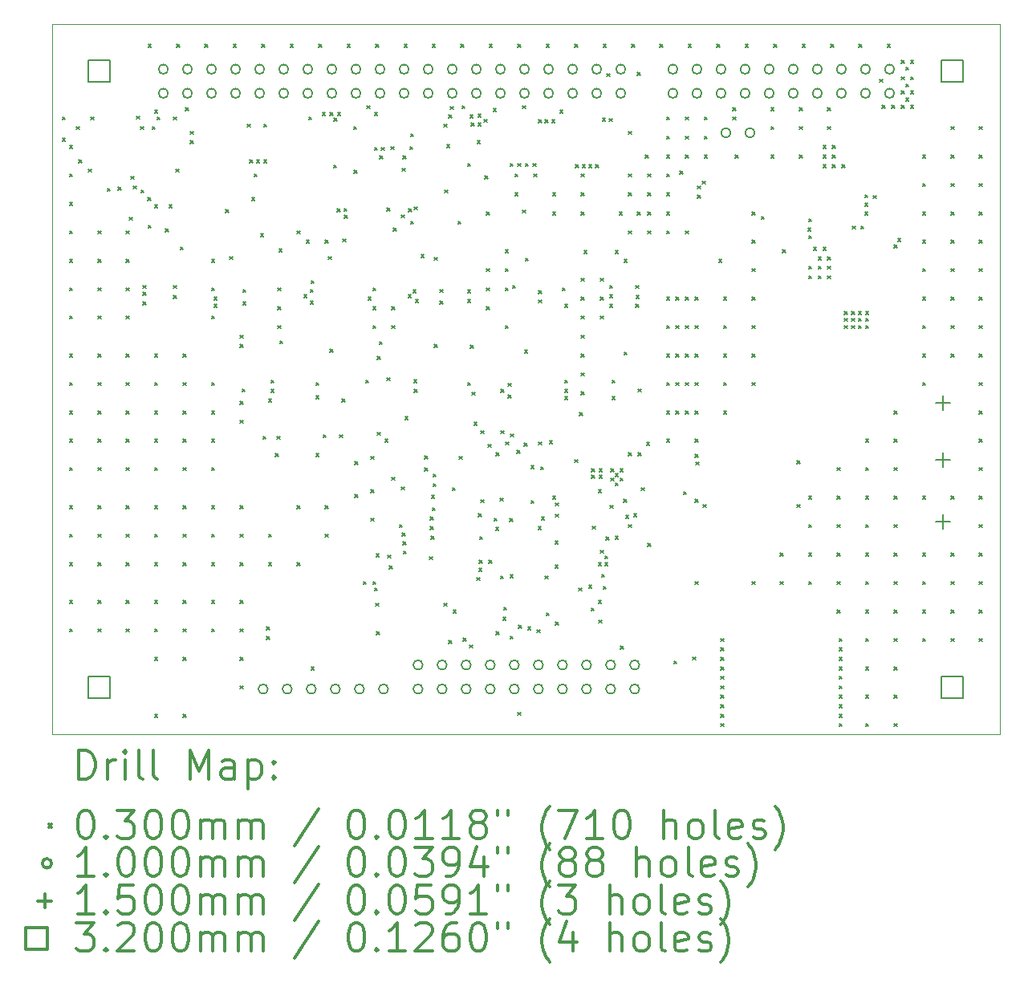
<source format=gbr>
%FSLAX45Y45*%
G04 Gerber Fmt 4.5, Leading zero omitted, Abs format (unit mm)*
G04 Created by KiCad (PCBNEW (5.1.10)-1) date 2022-03-07 12:44:51*
%MOMM*%
%LPD*%
G01*
G04 APERTURE LIST*
%TA.AperFunction,Profile*%
%ADD10C,0.050000*%
%TD*%
%ADD11C,0.200000*%
%ADD12C,0.300000*%
G04 APERTURE END LIST*
D10*
X14000000Y-3500000D02*
X4000000Y-3500000D01*
X14000000Y-11000000D02*
X14000000Y-3500000D01*
X4000000Y-11000000D02*
X14000000Y-11000000D01*
X4000000Y-3500000D02*
X4000000Y-11000000D01*
D11*
X4110000Y-4485000D02*
X4140000Y-4515000D01*
X4140000Y-4485000D02*
X4110000Y-4515000D01*
X4110000Y-4710000D02*
X4140000Y-4740000D01*
X4140000Y-4710000D02*
X4110000Y-4740000D01*
X4185000Y-4785000D02*
X4215000Y-4815000D01*
X4215000Y-4785000D02*
X4185000Y-4815000D01*
X4185000Y-5085000D02*
X4215000Y-5115000D01*
X4215000Y-5085000D02*
X4185000Y-5115000D01*
X4185000Y-5385000D02*
X4215000Y-5415000D01*
X4215000Y-5385000D02*
X4185000Y-5415000D01*
X4185000Y-5685000D02*
X4215000Y-5715000D01*
X4215000Y-5685000D02*
X4185000Y-5715000D01*
X4185000Y-5985000D02*
X4215000Y-6015000D01*
X4215000Y-5985000D02*
X4185000Y-6015000D01*
X4185000Y-6285000D02*
X4215000Y-6315000D01*
X4215000Y-6285000D02*
X4185000Y-6315000D01*
X4185000Y-6585000D02*
X4215000Y-6615000D01*
X4215000Y-6585000D02*
X4185000Y-6615000D01*
X4185000Y-6985000D02*
X4215000Y-7015000D01*
X4215000Y-6985000D02*
X4185000Y-7015000D01*
X4185000Y-7285000D02*
X4215000Y-7315000D01*
X4215000Y-7285000D02*
X4185000Y-7315000D01*
X4185000Y-7585000D02*
X4215000Y-7615000D01*
X4215000Y-7585000D02*
X4185000Y-7615000D01*
X4185000Y-7885000D02*
X4215000Y-7915000D01*
X4215000Y-7885000D02*
X4185000Y-7915000D01*
X4185000Y-8185000D02*
X4215000Y-8215000D01*
X4215000Y-8185000D02*
X4185000Y-8215000D01*
X4185000Y-8585000D02*
X4215000Y-8615000D01*
X4215000Y-8585000D02*
X4185000Y-8615000D01*
X4185000Y-8885000D02*
X4215000Y-8915000D01*
X4215000Y-8885000D02*
X4185000Y-8915000D01*
X4185000Y-9185000D02*
X4215000Y-9215000D01*
X4215000Y-9185000D02*
X4185000Y-9215000D01*
X4185000Y-9585000D02*
X4215000Y-9615000D01*
X4215000Y-9585000D02*
X4185000Y-9615000D01*
X4185000Y-9885000D02*
X4215000Y-9915000D01*
X4215000Y-9885000D02*
X4185000Y-9915000D01*
X4260000Y-4585000D02*
X4290000Y-4615000D01*
X4290000Y-4585000D02*
X4260000Y-4615000D01*
X4285000Y-4935000D02*
X4315000Y-4965000D01*
X4315000Y-4935000D02*
X4285000Y-4965000D01*
X4385000Y-5035000D02*
X4415000Y-5065000D01*
X4415000Y-5035000D02*
X4385000Y-5065000D01*
X4410000Y-4485000D02*
X4440000Y-4515000D01*
X4440000Y-4485000D02*
X4410000Y-4515000D01*
X4485000Y-5685000D02*
X4515000Y-5715000D01*
X4515000Y-5685000D02*
X4485000Y-5715000D01*
X4485000Y-5985000D02*
X4515000Y-6015000D01*
X4515000Y-5985000D02*
X4485000Y-6015000D01*
X4485000Y-6285000D02*
X4515000Y-6315000D01*
X4515000Y-6285000D02*
X4485000Y-6315000D01*
X4485000Y-6585000D02*
X4515000Y-6615000D01*
X4515000Y-6585000D02*
X4485000Y-6615000D01*
X4485000Y-6985000D02*
X4515000Y-7015000D01*
X4515000Y-6985000D02*
X4485000Y-7015000D01*
X4485000Y-7285000D02*
X4515000Y-7315000D01*
X4515000Y-7285000D02*
X4485000Y-7315000D01*
X4485000Y-7585000D02*
X4515000Y-7615000D01*
X4515000Y-7585000D02*
X4485000Y-7615000D01*
X4485000Y-7885000D02*
X4515000Y-7915000D01*
X4515000Y-7885000D02*
X4485000Y-7915000D01*
X4485000Y-8185000D02*
X4515000Y-8215000D01*
X4515000Y-8185000D02*
X4485000Y-8215000D01*
X4485000Y-8585000D02*
X4515000Y-8615000D01*
X4515000Y-8585000D02*
X4485000Y-8615000D01*
X4485000Y-8885000D02*
X4515000Y-8915000D01*
X4515000Y-8885000D02*
X4485000Y-8915000D01*
X4485000Y-9185000D02*
X4515000Y-9215000D01*
X4515000Y-9185000D02*
X4485000Y-9215000D01*
X4485000Y-9585000D02*
X4515000Y-9615000D01*
X4515000Y-9585000D02*
X4485000Y-9615000D01*
X4485000Y-9885000D02*
X4515000Y-9915000D01*
X4515000Y-9885000D02*
X4485000Y-9915000D01*
X4585000Y-5235000D02*
X4615000Y-5265000D01*
X4615000Y-5235000D02*
X4585000Y-5265000D01*
X4699100Y-5224100D02*
X4729100Y-5254100D01*
X4729100Y-5224100D02*
X4699100Y-5254100D01*
X4785000Y-5685000D02*
X4815000Y-5715000D01*
X4815000Y-5685000D02*
X4785000Y-5715000D01*
X4785000Y-5985000D02*
X4815000Y-6015000D01*
X4815000Y-5985000D02*
X4785000Y-6015000D01*
X4785000Y-6285000D02*
X4815000Y-6315000D01*
X4815000Y-6285000D02*
X4785000Y-6315000D01*
X4785000Y-6585000D02*
X4815000Y-6615000D01*
X4815000Y-6585000D02*
X4785000Y-6615000D01*
X4785000Y-6985000D02*
X4815000Y-7015000D01*
X4815000Y-6985000D02*
X4785000Y-7015000D01*
X4785000Y-7285000D02*
X4815000Y-7315000D01*
X4815000Y-7285000D02*
X4785000Y-7315000D01*
X4785000Y-7585000D02*
X4815000Y-7615000D01*
X4815000Y-7585000D02*
X4785000Y-7615000D01*
X4785000Y-7885000D02*
X4815000Y-7915000D01*
X4815000Y-7885000D02*
X4785000Y-7915000D01*
X4785000Y-8185000D02*
X4815000Y-8215000D01*
X4815000Y-8185000D02*
X4785000Y-8215000D01*
X4785000Y-8585000D02*
X4815000Y-8615000D01*
X4815000Y-8585000D02*
X4785000Y-8615000D01*
X4785000Y-8885000D02*
X4815000Y-8915000D01*
X4815000Y-8885000D02*
X4785000Y-8915000D01*
X4785000Y-9185000D02*
X4815000Y-9215000D01*
X4815000Y-9185000D02*
X4785000Y-9215000D01*
X4785000Y-9585000D02*
X4815000Y-9615000D01*
X4815000Y-9585000D02*
X4785000Y-9615000D01*
X4785000Y-9885000D02*
X4815000Y-9915000D01*
X4815000Y-9885000D02*
X4785000Y-9915000D01*
X4818000Y-5542000D02*
X4848000Y-5572000D01*
X4848000Y-5542000D02*
X4818000Y-5572000D01*
X4835000Y-5110000D02*
X4865000Y-5140000D01*
X4865000Y-5110000D02*
X4835000Y-5140000D01*
X4860000Y-5210000D02*
X4890000Y-5240000D01*
X4890000Y-5210000D02*
X4860000Y-5240000D01*
X4894150Y-4475850D02*
X4924150Y-4505850D01*
X4924150Y-4475850D02*
X4894150Y-4505850D01*
X4935000Y-4585000D02*
X4965000Y-4615000D01*
X4965000Y-4585000D02*
X4935000Y-4615000D01*
X4941000Y-5253000D02*
X4971000Y-5283000D01*
X4971000Y-5253000D02*
X4941000Y-5283000D01*
X4960000Y-6260000D02*
X4990000Y-6290000D01*
X4990000Y-6260000D02*
X4960000Y-6290000D01*
X4960000Y-6335000D02*
X4990000Y-6365000D01*
X4990000Y-6335000D02*
X4960000Y-6365000D01*
X4960000Y-6435000D02*
X4990000Y-6465000D01*
X4990000Y-6435000D02*
X4960000Y-6465000D01*
X5010000Y-5335000D02*
X5040000Y-5365000D01*
X5040000Y-5335000D02*
X5010000Y-5365000D01*
X5015000Y-3715000D02*
X5045000Y-3745000D01*
X5045000Y-3715000D02*
X5015000Y-3745000D01*
X5015000Y-5625000D02*
X5045000Y-5655000D01*
X5045000Y-5625000D02*
X5015000Y-5655000D01*
X5060000Y-4585000D02*
X5090000Y-4615000D01*
X5090000Y-4585000D02*
X5060000Y-4615000D01*
X5085000Y-4410000D02*
X5115000Y-4440000D01*
X5115000Y-4410000D02*
X5085000Y-4440000D01*
X5085000Y-5410000D02*
X5115000Y-5440000D01*
X5115000Y-5410000D02*
X5085000Y-5440000D01*
X5085000Y-6985000D02*
X5115000Y-7015000D01*
X5115000Y-6985000D02*
X5085000Y-7015000D01*
X5085000Y-7285000D02*
X5115000Y-7315000D01*
X5115000Y-7285000D02*
X5085000Y-7315000D01*
X5085000Y-7585000D02*
X5115000Y-7615000D01*
X5115000Y-7585000D02*
X5085000Y-7615000D01*
X5085000Y-7885000D02*
X5115000Y-7915000D01*
X5115000Y-7885000D02*
X5085000Y-7915000D01*
X5085000Y-8185000D02*
X5115000Y-8215000D01*
X5115000Y-8185000D02*
X5085000Y-8215000D01*
X5085000Y-8585000D02*
X5115000Y-8615000D01*
X5115000Y-8585000D02*
X5085000Y-8615000D01*
X5085000Y-8885000D02*
X5115000Y-8915000D01*
X5115000Y-8885000D02*
X5085000Y-8915000D01*
X5085000Y-9185000D02*
X5115000Y-9215000D01*
X5115000Y-9185000D02*
X5085000Y-9215000D01*
X5085000Y-9585000D02*
X5115000Y-9615000D01*
X5115000Y-9585000D02*
X5085000Y-9615000D01*
X5085000Y-9885000D02*
X5115000Y-9915000D01*
X5115000Y-9885000D02*
X5085000Y-9915000D01*
X5085000Y-10185000D02*
X5115000Y-10215000D01*
X5115000Y-10185000D02*
X5085000Y-10215000D01*
X5085000Y-10785000D02*
X5115000Y-10815000D01*
X5115000Y-10785000D02*
X5085000Y-10815000D01*
X5110000Y-4485000D02*
X5140000Y-4515000D01*
X5140000Y-4485000D02*
X5110000Y-4515000D01*
X5196000Y-5664000D02*
X5226000Y-5694000D01*
X5226000Y-5664000D02*
X5196000Y-5694000D01*
X5235000Y-5410000D02*
X5265000Y-5440000D01*
X5265000Y-5410000D02*
X5235000Y-5440000D01*
X5285000Y-4485000D02*
X5315000Y-4515000D01*
X5315000Y-4485000D02*
X5285000Y-4515000D01*
X5285000Y-6260000D02*
X5315000Y-6290000D01*
X5315000Y-6260000D02*
X5285000Y-6290000D01*
X5285000Y-6365000D02*
X5315000Y-6395000D01*
X5315000Y-6365000D02*
X5285000Y-6395000D01*
X5310000Y-5035000D02*
X5340000Y-5065000D01*
X5340000Y-5035000D02*
X5310000Y-5065000D01*
X5315000Y-3715000D02*
X5345000Y-3745000D01*
X5345000Y-3715000D02*
X5315000Y-3745000D01*
X5356266Y-5853734D02*
X5386266Y-5883734D01*
X5386266Y-5853734D02*
X5356266Y-5883734D01*
X5385000Y-6985000D02*
X5415000Y-7015000D01*
X5415000Y-6985000D02*
X5385000Y-7015000D01*
X5385000Y-7285000D02*
X5415000Y-7315000D01*
X5415000Y-7285000D02*
X5385000Y-7315000D01*
X5385000Y-7585000D02*
X5415000Y-7615000D01*
X5415000Y-7585000D02*
X5385000Y-7615000D01*
X5385000Y-7885000D02*
X5415000Y-7915000D01*
X5415000Y-7885000D02*
X5385000Y-7915000D01*
X5385000Y-8185000D02*
X5415000Y-8215000D01*
X5415000Y-8185000D02*
X5385000Y-8215000D01*
X5385000Y-8585000D02*
X5415000Y-8615000D01*
X5415000Y-8585000D02*
X5385000Y-8615000D01*
X5385000Y-8885000D02*
X5415000Y-8915000D01*
X5415000Y-8885000D02*
X5385000Y-8915000D01*
X5385000Y-9185000D02*
X5415000Y-9215000D01*
X5415000Y-9185000D02*
X5385000Y-9215000D01*
X5385000Y-9585000D02*
X5415000Y-9615000D01*
X5415000Y-9585000D02*
X5385000Y-9615000D01*
X5385000Y-9885000D02*
X5415000Y-9915000D01*
X5415000Y-9885000D02*
X5385000Y-9915000D01*
X5385000Y-10185000D02*
X5415000Y-10215000D01*
X5415000Y-10185000D02*
X5385000Y-10215000D01*
X5385000Y-10785000D02*
X5415000Y-10815000D01*
X5415000Y-10785000D02*
X5385000Y-10815000D01*
X5410000Y-4385000D02*
X5440000Y-4415000D01*
X5440000Y-4385000D02*
X5410000Y-4415000D01*
X5460000Y-4635000D02*
X5490000Y-4665000D01*
X5490000Y-4635000D02*
X5460000Y-4665000D01*
X5460000Y-4735000D02*
X5490000Y-4765000D01*
X5490000Y-4735000D02*
X5460000Y-4765000D01*
X5615000Y-3715000D02*
X5645000Y-3745000D01*
X5645000Y-3715000D02*
X5615000Y-3745000D01*
X5685000Y-5985000D02*
X5715000Y-6015000D01*
X5715000Y-5985000D02*
X5685000Y-6015000D01*
X5685000Y-6285000D02*
X5715000Y-6315000D01*
X5715000Y-6285000D02*
X5685000Y-6315000D01*
X5685000Y-6585000D02*
X5715000Y-6615000D01*
X5715000Y-6585000D02*
X5685000Y-6615000D01*
X5685000Y-7285000D02*
X5715000Y-7315000D01*
X5715000Y-7285000D02*
X5685000Y-7315000D01*
X5685000Y-7585000D02*
X5715000Y-7615000D01*
X5715000Y-7585000D02*
X5685000Y-7615000D01*
X5685000Y-7885000D02*
X5715000Y-7915000D01*
X5715000Y-7885000D02*
X5685000Y-7915000D01*
X5685000Y-8185000D02*
X5715000Y-8215000D01*
X5715000Y-8185000D02*
X5685000Y-8215000D01*
X5685000Y-8585000D02*
X5715000Y-8615000D01*
X5715000Y-8585000D02*
X5685000Y-8615000D01*
X5685000Y-8885000D02*
X5715000Y-8915000D01*
X5715000Y-8885000D02*
X5685000Y-8915000D01*
X5685000Y-9185000D02*
X5715000Y-9215000D01*
X5715000Y-9185000D02*
X5685000Y-9215000D01*
X5685000Y-9585000D02*
X5715000Y-9615000D01*
X5715000Y-9585000D02*
X5685000Y-9615000D01*
X5685000Y-9885000D02*
X5715000Y-9915000D01*
X5715000Y-9885000D02*
X5685000Y-9915000D01*
X5710000Y-6385000D02*
X5740000Y-6415000D01*
X5740000Y-6385000D02*
X5710000Y-6415000D01*
X5710000Y-6460000D02*
X5740000Y-6490000D01*
X5740000Y-6460000D02*
X5710000Y-6490000D01*
X5835000Y-5460000D02*
X5865000Y-5490000D01*
X5865000Y-5460000D02*
X5835000Y-5490000D01*
X5875000Y-5955000D02*
X5905000Y-5985000D01*
X5905000Y-5955000D02*
X5875000Y-5985000D01*
X5915000Y-3715000D02*
X5945000Y-3745000D01*
X5945000Y-3715000D02*
X5915000Y-3745000D01*
X5985000Y-6785000D02*
X6015000Y-6815000D01*
X6015000Y-6785000D02*
X5985000Y-6815000D01*
X5985000Y-6885000D02*
X6015000Y-6915000D01*
X6015000Y-6885000D02*
X5985000Y-6915000D01*
X5985000Y-7485000D02*
X6015000Y-7515000D01*
X6015000Y-7485000D02*
X5985000Y-7515000D01*
X5985000Y-7685000D02*
X6015000Y-7715000D01*
X6015000Y-7685000D02*
X5985000Y-7715000D01*
X5985000Y-8585000D02*
X6015000Y-8615000D01*
X6015000Y-8585000D02*
X5985000Y-8615000D01*
X5985000Y-8885000D02*
X6015000Y-8915000D01*
X6015000Y-8885000D02*
X5985000Y-8915000D01*
X5985000Y-9185000D02*
X6015000Y-9215000D01*
X6015000Y-9185000D02*
X5985000Y-9215000D01*
X5985000Y-9585000D02*
X6015000Y-9615000D01*
X6015000Y-9585000D02*
X5985000Y-9615000D01*
X5985000Y-9885000D02*
X6015000Y-9915000D01*
X6015000Y-9885000D02*
X5985000Y-9915000D01*
X5985000Y-10185000D02*
X6015000Y-10215000D01*
X6015000Y-10185000D02*
X5985000Y-10215000D01*
X5985000Y-10485000D02*
X6015000Y-10515000D01*
X6015000Y-10485000D02*
X5985000Y-10515000D01*
X6005000Y-7355000D02*
X6035000Y-7385000D01*
X6035000Y-7355000D02*
X6005000Y-7385000D01*
X6015000Y-6305000D02*
X6045000Y-6335000D01*
X6045000Y-6305000D02*
X6015000Y-6335000D01*
X6015000Y-6435000D02*
X6045000Y-6465000D01*
X6045000Y-6435000D02*
X6015000Y-6465000D01*
X6060000Y-4560000D02*
X6090000Y-4590000D01*
X6090000Y-4560000D02*
X6060000Y-4590000D01*
X6085000Y-4935000D02*
X6115000Y-4965000D01*
X6115000Y-4935000D02*
X6085000Y-4965000D01*
X6110000Y-5335000D02*
X6140000Y-5365000D01*
X6140000Y-5335000D02*
X6110000Y-5365000D01*
X6135000Y-5085000D02*
X6165000Y-5115000D01*
X6165000Y-5085000D02*
X6135000Y-5115000D01*
X6160000Y-4935000D02*
X6190000Y-4965000D01*
X6190000Y-4935000D02*
X6160000Y-4965000D01*
X6201000Y-5716000D02*
X6231000Y-5746000D01*
X6231000Y-5716000D02*
X6201000Y-5746000D01*
X6215000Y-3715000D02*
X6245000Y-3745000D01*
X6245000Y-3715000D02*
X6215000Y-3745000D01*
X6225000Y-7855000D02*
X6255000Y-7885000D01*
X6255000Y-7855000D02*
X6225000Y-7885000D01*
X6235000Y-4560000D02*
X6265000Y-4590000D01*
X6265000Y-4560000D02*
X6235000Y-4590000D01*
X6235000Y-4935000D02*
X6265000Y-4965000D01*
X6265000Y-4935000D02*
X6235000Y-4965000D01*
X6265000Y-9865000D02*
X6295000Y-9895000D01*
X6295000Y-9865000D02*
X6265000Y-9895000D01*
X6265000Y-9965000D02*
X6295000Y-9995000D01*
X6295000Y-9965000D02*
X6265000Y-9995000D01*
X6285000Y-7460000D02*
X6315000Y-7490000D01*
X6315000Y-7460000D02*
X6285000Y-7490000D01*
X6285000Y-8885000D02*
X6315000Y-8915000D01*
X6315000Y-8885000D02*
X6285000Y-8915000D01*
X6285000Y-9185000D02*
X6315000Y-9215000D01*
X6315000Y-9185000D02*
X6285000Y-9215000D01*
X6310000Y-7260000D02*
X6340000Y-7290000D01*
X6340000Y-7260000D02*
X6310000Y-7290000D01*
X6310000Y-7360000D02*
X6340000Y-7390000D01*
X6340000Y-7360000D02*
X6310000Y-7390000D01*
X6360000Y-8035000D02*
X6390000Y-8065000D01*
X6390000Y-8035000D02*
X6360000Y-8065000D01*
X6375000Y-7855000D02*
X6405000Y-7885000D01*
X6405000Y-7855000D02*
X6375000Y-7885000D01*
X6385000Y-6285000D02*
X6415000Y-6315000D01*
X6415000Y-6285000D02*
X6385000Y-6315000D01*
X6385000Y-6285000D02*
X6415000Y-6315000D01*
X6415000Y-6285000D02*
X6385000Y-6315000D01*
X6385000Y-6485000D02*
X6415000Y-6515000D01*
X6415000Y-6485000D02*
X6385000Y-6515000D01*
X6385000Y-6685000D02*
X6415000Y-6715000D01*
X6415000Y-6685000D02*
X6385000Y-6715000D01*
X6395000Y-5875000D02*
X6425000Y-5905000D01*
X6425000Y-5875000D02*
X6395000Y-5905000D01*
X6405000Y-6845000D02*
X6435000Y-6875000D01*
X6435000Y-6845000D02*
X6405000Y-6875000D01*
X6515000Y-3715000D02*
X6545000Y-3745000D01*
X6545000Y-3715000D02*
X6515000Y-3745000D01*
X6585000Y-5685000D02*
X6615000Y-5715000D01*
X6615000Y-5685000D02*
X6585000Y-5715000D01*
X6585000Y-8585000D02*
X6615000Y-8615000D01*
X6615000Y-8585000D02*
X6585000Y-8615000D01*
X6585000Y-9185000D02*
X6615000Y-9215000D01*
X6615000Y-9185000D02*
X6585000Y-9215000D01*
X6660000Y-6360000D02*
X6690000Y-6390000D01*
X6690000Y-6360000D02*
X6660000Y-6390000D01*
X6685000Y-5785000D02*
X6715000Y-5815000D01*
X6715000Y-5785000D02*
X6685000Y-5815000D01*
X6710000Y-4485000D02*
X6740000Y-4515000D01*
X6740000Y-4485000D02*
X6710000Y-4515000D01*
X6725000Y-6305000D02*
X6755000Y-6335000D01*
X6755000Y-6305000D02*
X6725000Y-6335000D01*
X6725000Y-6425000D02*
X6755000Y-6455000D01*
X6755000Y-6425000D02*
X6725000Y-6455000D01*
X6735000Y-6210000D02*
X6765000Y-6240000D01*
X6765000Y-6210000D02*
X6735000Y-6240000D01*
X6735000Y-10285000D02*
X6765000Y-10315000D01*
X6765000Y-10285000D02*
X6735000Y-10315000D01*
X6785000Y-7285000D02*
X6815000Y-7315000D01*
X6815000Y-7285000D02*
X6785000Y-7315000D01*
X6785000Y-7425000D02*
X6815000Y-7455000D01*
X6815000Y-7425000D02*
X6785000Y-7455000D01*
X6785000Y-8035000D02*
X6815000Y-8065000D01*
X6815000Y-8035000D02*
X6785000Y-8065000D01*
X6815000Y-3715000D02*
X6845000Y-3745000D01*
X6845000Y-3715000D02*
X6815000Y-3745000D01*
X6855000Y-4435000D02*
X6885000Y-4465000D01*
X6885000Y-4435000D02*
X6855000Y-4465000D01*
X6860000Y-7835000D02*
X6890000Y-7865000D01*
X6890000Y-7835000D02*
X6860000Y-7865000D01*
X6885000Y-5785000D02*
X6915000Y-5815000D01*
X6915000Y-5785000D02*
X6885000Y-5815000D01*
X6885000Y-8585000D02*
X6915000Y-8615000D01*
X6915000Y-8585000D02*
X6885000Y-8615000D01*
X6885000Y-8885000D02*
X6915000Y-8915000D01*
X6915000Y-8885000D02*
X6885000Y-8915000D01*
X6915000Y-5955000D02*
X6945000Y-5985000D01*
X6945000Y-5955000D02*
X6915000Y-5985000D01*
X6935000Y-4435000D02*
X6965000Y-4465000D01*
X6965000Y-4435000D02*
X6935000Y-4465000D01*
X6935000Y-6935000D02*
X6965000Y-6965000D01*
X6965000Y-6935000D02*
X6935000Y-6965000D01*
X6970213Y-4992199D02*
X7000213Y-5022199D01*
X7000213Y-4992199D02*
X6970213Y-5022199D01*
X6975000Y-4495000D02*
X7005000Y-4525000D01*
X7005000Y-4495000D02*
X6975000Y-4525000D01*
X7010000Y-5455000D02*
X7040000Y-5485000D01*
X7040000Y-5455000D02*
X7010000Y-5485000D01*
X7015000Y-4435000D02*
X7045000Y-4465000D01*
X7045000Y-4435000D02*
X7015000Y-4465000D01*
X7035000Y-7835000D02*
X7065000Y-7865000D01*
X7065000Y-7835000D02*
X7035000Y-7865000D01*
X7060000Y-7460000D02*
X7090000Y-7490000D01*
X7090000Y-7460000D02*
X7060000Y-7490000D01*
X7068750Y-5768750D02*
X7098750Y-5798750D01*
X7098750Y-5768750D02*
X7068750Y-5798750D01*
X7080000Y-5450000D02*
X7110000Y-5480000D01*
X7110000Y-5450000D02*
X7080000Y-5480000D01*
X7085000Y-5520000D02*
X7115000Y-5550000D01*
X7115000Y-5520000D02*
X7085000Y-5550000D01*
X7115000Y-3715000D02*
X7145000Y-3745000D01*
X7145000Y-3715000D02*
X7115000Y-3745000D01*
X7185000Y-4585000D02*
X7215000Y-4615000D01*
X7215000Y-4585000D02*
X7185000Y-4615000D01*
X7188000Y-5045000D02*
X7218000Y-5075000D01*
X7218000Y-5045000D02*
X7188000Y-5075000D01*
X7194999Y-8465000D02*
X7224999Y-8495000D01*
X7224999Y-8465000D02*
X7194999Y-8495000D01*
X7195185Y-8117501D02*
X7225185Y-8147501D01*
X7225185Y-8117501D02*
X7195185Y-8147501D01*
X7285000Y-9385000D02*
X7315000Y-9415000D01*
X7315000Y-9385000D02*
X7285000Y-9415000D01*
X7310000Y-7260000D02*
X7340000Y-7290000D01*
X7340000Y-7260000D02*
X7310000Y-7290000D01*
X7325000Y-4365000D02*
X7355000Y-4395000D01*
X7355000Y-4365000D02*
X7325000Y-4395000D01*
X7335000Y-6385000D02*
X7365000Y-6415000D01*
X7365000Y-6385000D02*
X7335000Y-6415000D01*
X7363734Y-8066266D02*
X7393734Y-8096266D01*
X7393734Y-8066266D02*
X7363734Y-8096266D01*
X7365000Y-8415000D02*
X7395000Y-8445000D01*
X7395000Y-8415000D02*
X7365000Y-8445000D01*
X7365000Y-8715000D02*
X7395000Y-8745000D01*
X7395000Y-8715000D02*
X7365000Y-8745000D01*
X7385000Y-6285000D02*
X7415000Y-6315000D01*
X7415000Y-6285000D02*
X7385000Y-6315000D01*
X7385000Y-6485000D02*
X7415000Y-6515000D01*
X7415000Y-6485000D02*
X7385000Y-6515000D01*
X7385000Y-6685000D02*
X7415000Y-6715000D01*
X7415000Y-6685000D02*
X7385000Y-6715000D01*
X7385000Y-9385000D02*
X7415000Y-9415000D01*
X7415000Y-9385000D02*
X7385000Y-9415000D01*
X7405000Y-4435000D02*
X7435000Y-4465000D01*
X7435000Y-4435000D02*
X7405000Y-4465000D01*
X7405000Y-4805000D02*
X7435000Y-4835000D01*
X7435000Y-4805000D02*
X7405000Y-4835000D01*
X7405000Y-9455000D02*
X7435000Y-9485000D01*
X7435000Y-9455000D02*
X7405000Y-9485000D01*
X7415000Y-3715000D02*
X7445000Y-3745000D01*
X7445000Y-3715000D02*
X7415000Y-3745000D01*
X7415000Y-9615000D02*
X7445000Y-9645000D01*
X7445000Y-9615000D02*
X7415000Y-9645000D01*
X7419000Y-9095000D02*
X7449000Y-9125000D01*
X7449000Y-9095000D02*
X7419000Y-9125000D01*
X7425000Y-9915000D02*
X7455000Y-9945000D01*
X7455000Y-9915000D02*
X7425000Y-9945000D01*
X7435000Y-7010000D02*
X7465000Y-7040000D01*
X7465000Y-7010000D02*
X7435000Y-7040000D01*
X7435000Y-7810000D02*
X7465000Y-7840000D01*
X7465000Y-7810000D02*
X7435000Y-7840000D01*
X7455000Y-6855000D02*
X7485000Y-6885000D01*
X7485000Y-6855000D02*
X7455000Y-6885000D01*
X7459654Y-4894478D02*
X7489654Y-4924478D01*
X7489654Y-4894478D02*
X7459654Y-4924478D01*
X7475000Y-4805000D02*
X7505000Y-4835000D01*
X7505000Y-4805000D02*
X7475000Y-4835000D01*
X7515000Y-7885000D02*
X7545000Y-7915000D01*
X7545000Y-7885000D02*
X7515000Y-7915000D01*
X7535000Y-5445000D02*
X7565000Y-5475000D01*
X7565000Y-5445000D02*
X7535000Y-5475000D01*
X7535000Y-7235000D02*
X7565000Y-7265000D01*
X7565000Y-7235000D02*
X7535000Y-7265000D01*
X7545000Y-9105000D02*
X7575000Y-9135000D01*
X7575000Y-9105000D02*
X7545000Y-9135000D01*
X7558000Y-9219000D02*
X7588000Y-9249000D01*
X7588000Y-9219000D02*
X7558000Y-9249000D01*
X7575000Y-4795000D02*
X7605000Y-4825000D01*
X7605000Y-4795000D02*
X7575000Y-4825000D01*
X7585000Y-6485000D02*
X7615000Y-6515000D01*
X7615000Y-6485000D02*
X7585000Y-6515000D01*
X7585000Y-6685000D02*
X7615000Y-6715000D01*
X7615000Y-6685000D02*
X7585000Y-6715000D01*
X7585000Y-8285000D02*
X7615000Y-8315000D01*
X7615000Y-8285000D02*
X7585000Y-8315000D01*
X7603679Y-5656211D02*
X7633679Y-5686211D01*
X7633679Y-5656211D02*
X7603679Y-5686211D01*
X7666000Y-8783000D02*
X7696000Y-8813000D01*
X7696000Y-8783000D02*
X7666000Y-8813000D01*
X7685000Y-5515000D02*
X7715000Y-5545000D01*
X7715000Y-5515000D02*
X7685000Y-5545000D01*
X7685000Y-8385000D02*
X7715000Y-8415000D01*
X7715000Y-8385000D02*
X7685000Y-8415000D01*
X7695000Y-5025000D02*
X7725000Y-5055000D01*
X7725000Y-5025000D02*
X7695000Y-5055000D01*
X7695000Y-8875000D02*
X7725000Y-8905000D01*
X7725000Y-8875000D02*
X7695000Y-8905000D01*
X7703268Y-4895164D02*
X7733268Y-4925164D01*
X7733268Y-4895164D02*
X7703268Y-4925164D01*
X7705000Y-8965000D02*
X7735000Y-8995000D01*
X7735000Y-8965000D02*
X7705000Y-8995000D01*
X7709380Y-9064905D02*
X7739380Y-9094905D01*
X7739380Y-9064905D02*
X7709380Y-9094905D01*
X7715000Y-3715000D02*
X7745000Y-3745000D01*
X7745000Y-3715000D02*
X7715000Y-3745000D01*
X7725000Y-7645000D02*
X7755000Y-7675000D01*
X7755000Y-7645000D02*
X7725000Y-7675000D01*
X7760000Y-6360000D02*
X7790000Y-6390000D01*
X7790000Y-6360000D02*
X7760000Y-6390000D01*
X7765000Y-5455000D02*
X7795000Y-5485000D01*
X7795000Y-5455000D02*
X7765000Y-5485000D01*
X7775000Y-4795000D02*
X7805000Y-4825000D01*
X7805000Y-4795000D02*
X7775000Y-4825000D01*
X7785000Y-4660000D02*
X7815000Y-4690000D01*
X7815000Y-4660000D02*
X7785000Y-4690000D01*
X7785000Y-5585000D02*
X7815000Y-5615000D01*
X7815000Y-5585000D02*
X7785000Y-5615000D01*
X7810000Y-6310000D02*
X7840000Y-6340000D01*
X7840000Y-6310000D02*
X7810000Y-6340000D01*
X7820000Y-7255000D02*
X7850000Y-7285000D01*
X7850000Y-7255000D02*
X7820000Y-7285000D01*
X7825000Y-5430000D02*
X7855000Y-5460000D01*
X7855000Y-5430000D02*
X7825000Y-5460000D01*
X7825000Y-7360000D02*
X7855000Y-7390000D01*
X7855000Y-7360000D02*
X7825000Y-7390000D01*
X7835000Y-6410000D02*
X7865000Y-6440000D01*
X7865000Y-6410000D02*
X7835000Y-6440000D01*
X7896569Y-5933431D02*
X7926569Y-5963431D01*
X7926569Y-5933431D02*
X7896569Y-5963431D01*
X7931000Y-8059000D02*
X7961000Y-8089000D01*
X7961000Y-8059000D02*
X7931000Y-8089000D01*
X7934000Y-8186000D02*
X7964000Y-8216000D01*
X7964000Y-8186000D02*
X7934000Y-8216000D01*
X7981845Y-9122945D02*
X8011845Y-9152945D01*
X8011845Y-9122945D02*
X7981845Y-9152945D01*
X7991795Y-8705744D02*
X8021795Y-8735744D01*
X8021795Y-8705744D02*
X7991795Y-8735744D01*
X7994239Y-8805715D02*
X8024239Y-8835715D01*
X8024239Y-8805715D02*
X7994239Y-8835715D01*
X8000881Y-8905496D02*
X8030881Y-8935496D01*
X8030881Y-8905496D02*
X8000881Y-8935496D01*
X8005000Y-8475000D02*
X8035000Y-8505000D01*
X8035000Y-8475000D02*
X8005000Y-8505000D01*
X8011462Y-8607696D02*
X8041462Y-8637696D01*
X8041462Y-8607696D02*
X8011462Y-8637696D01*
X8015000Y-3715000D02*
X8045000Y-3745000D01*
X8045000Y-3715000D02*
X8015000Y-3745000D01*
X8020000Y-8250000D02*
X8050000Y-8280000D01*
X8050000Y-8250000D02*
X8020000Y-8280000D01*
X8020000Y-8353000D02*
X8050000Y-8383000D01*
X8050000Y-8353000D02*
X8020000Y-8383000D01*
X8035000Y-5965000D02*
X8065000Y-5995000D01*
X8065000Y-5965000D02*
X8035000Y-5995000D01*
X8035000Y-6885000D02*
X8065000Y-6915000D01*
X8065000Y-6885000D02*
X8035000Y-6915000D01*
X8095000Y-6305000D02*
X8125000Y-6335000D01*
X8125000Y-6305000D02*
X8095000Y-6335000D01*
X8095000Y-6425000D02*
X8125000Y-6455000D01*
X8125000Y-6425000D02*
X8095000Y-6455000D01*
X8135000Y-4560000D02*
X8165000Y-4590000D01*
X8165000Y-4560000D02*
X8135000Y-4590000D01*
X8135000Y-9615000D02*
X8165000Y-9645000D01*
X8165000Y-9615000D02*
X8135000Y-9645000D01*
X8145000Y-5255000D02*
X8175000Y-5285000D01*
X8175000Y-5255000D02*
X8145000Y-5285000D01*
X8165000Y-4775000D02*
X8195000Y-4805000D01*
X8195000Y-4775000D02*
X8165000Y-4805000D01*
X8185000Y-4460000D02*
X8215000Y-4490000D01*
X8215000Y-4460000D02*
X8185000Y-4490000D01*
X8185000Y-10009000D02*
X8215000Y-10039000D01*
X8215000Y-10009000D02*
X8185000Y-10039000D01*
X8205000Y-4375000D02*
X8235000Y-4405000D01*
X8235000Y-4375000D02*
X8205000Y-4405000D01*
X8225000Y-8395000D02*
X8255000Y-8425000D01*
X8255000Y-8395000D02*
X8225000Y-8425000D01*
X8235000Y-9685000D02*
X8265000Y-9715000D01*
X8265000Y-9685000D02*
X8235000Y-9715000D01*
X8285000Y-5585000D02*
X8315000Y-5615000D01*
X8315000Y-5585000D02*
X8285000Y-5615000D01*
X8296040Y-8064154D02*
X8326040Y-8094154D01*
X8326040Y-8064154D02*
X8296040Y-8094154D01*
X8315000Y-3715000D02*
X8345000Y-3745000D01*
X8345000Y-3715000D02*
X8315000Y-3745000D01*
X8325000Y-4365000D02*
X8355000Y-4395000D01*
X8355000Y-4365000D02*
X8325000Y-4395000D01*
X8340622Y-9981105D02*
X8370622Y-10011105D01*
X8370622Y-9981105D02*
X8340622Y-10011105D01*
X8385000Y-4975000D02*
X8415000Y-5005000D01*
X8415000Y-4975000D02*
X8385000Y-5005000D01*
X8385000Y-6310000D02*
X8415000Y-6340000D01*
X8415000Y-6310000D02*
X8385000Y-6340000D01*
X8385000Y-6410000D02*
X8415000Y-6440000D01*
X8415000Y-6410000D02*
X8385000Y-6440000D01*
X8385000Y-7285000D02*
X8415000Y-7315000D01*
X8415000Y-7285000D02*
X8385000Y-7315000D01*
X8408000Y-10055000D02*
X8438000Y-10085000D01*
X8438000Y-10055000D02*
X8408000Y-10085000D01*
X8410000Y-4460000D02*
X8440000Y-4490000D01*
X8440000Y-4460000D02*
X8410000Y-4490000D01*
X8413451Y-6891841D02*
X8443451Y-6921841D01*
X8443451Y-6891841D02*
X8413451Y-6921841D01*
X8425000Y-4545000D02*
X8455000Y-4575000D01*
X8455000Y-4545000D02*
X8425000Y-4575000D01*
X8432499Y-7385498D02*
X8462499Y-7415498D01*
X8462499Y-7385498D02*
X8432499Y-7415498D01*
X8455000Y-7705000D02*
X8485000Y-7735000D01*
X8485000Y-7705000D02*
X8455000Y-7735000D01*
X8485000Y-9345000D02*
X8515000Y-9375000D01*
X8515000Y-9345000D02*
X8485000Y-9375000D01*
X8488500Y-4731500D02*
X8518500Y-4761500D01*
X8518500Y-4731500D02*
X8488500Y-4761500D01*
X8495000Y-4455000D02*
X8525000Y-4485000D01*
X8525000Y-4455000D02*
X8495000Y-4485000D01*
X8495000Y-4545000D02*
X8525000Y-4575000D01*
X8525000Y-4545000D02*
X8495000Y-4575000D01*
X8501553Y-8669931D02*
X8531553Y-8699931D01*
X8531553Y-8669931D02*
X8501553Y-8699931D01*
X8505000Y-9245000D02*
X8535000Y-9275000D01*
X8535000Y-9245000D02*
X8505000Y-9275000D01*
X8510000Y-9160000D02*
X8540000Y-9190000D01*
X8540000Y-9160000D02*
X8510000Y-9190000D01*
X8511000Y-8912000D02*
X8541000Y-8942000D01*
X8541000Y-8912000D02*
X8511000Y-8942000D01*
X8525000Y-7795000D02*
X8555000Y-7825000D01*
X8555000Y-7795000D02*
X8525000Y-7825000D01*
X8525275Y-8523349D02*
X8555275Y-8553349D01*
X8555275Y-8523349D02*
X8525275Y-8553349D01*
X8560000Y-4510000D02*
X8590000Y-4540000D01*
X8590000Y-4510000D02*
X8560000Y-4540000D01*
X8567502Y-5106588D02*
X8597502Y-5136588D01*
X8597502Y-5106588D02*
X8567502Y-5136588D01*
X8585000Y-5485000D02*
X8615000Y-5515000D01*
X8615000Y-5485000D02*
X8585000Y-5515000D01*
X8585000Y-6085000D02*
X8615000Y-6115000D01*
X8615000Y-6085000D02*
X8585000Y-6115000D01*
X8585000Y-6285000D02*
X8615000Y-6315000D01*
X8615000Y-6285000D02*
X8585000Y-6315000D01*
X8585000Y-6485000D02*
X8615000Y-6515000D01*
X8615000Y-6485000D02*
X8585000Y-6515000D01*
X8602501Y-7938455D02*
X8632501Y-7968455D01*
X8632501Y-7938455D02*
X8602501Y-7968455D01*
X8610000Y-9160000D02*
X8640000Y-9190000D01*
X8640000Y-9160000D02*
X8610000Y-9190000D01*
X8615000Y-3715000D02*
X8645000Y-3745000D01*
X8645000Y-3715000D02*
X8615000Y-3745000D01*
X8655000Y-4395000D02*
X8685000Y-4425000D01*
X8685000Y-4395000D02*
X8655000Y-4425000D01*
X8665000Y-8715000D02*
X8695000Y-8745000D01*
X8695000Y-8715000D02*
X8665000Y-8745000D01*
X8682499Y-8811766D02*
X8712499Y-8841766D01*
X8712499Y-8811766D02*
X8682499Y-8841766D01*
X8685000Y-8025000D02*
X8715000Y-8055000D01*
X8715000Y-8025000D02*
X8685000Y-8055000D01*
X8685000Y-9916499D02*
X8715000Y-9946499D01*
X8715000Y-9916499D02*
X8685000Y-9946499D01*
X8728685Y-8506906D02*
X8758685Y-8536906D01*
X8758685Y-8506906D02*
X8728685Y-8536906D01*
X8733534Y-9327371D02*
X8763534Y-9357371D01*
X8763534Y-9327371D02*
X8733534Y-9357371D01*
X8735000Y-7360000D02*
X8765000Y-7390000D01*
X8765000Y-7360000D02*
X8735000Y-7390000D01*
X8738151Y-7793396D02*
X8768151Y-7823396D01*
X8768151Y-7793396D02*
X8738151Y-7823396D01*
X8757501Y-9762648D02*
X8787501Y-9792648D01*
X8787501Y-9762648D02*
X8757501Y-9792648D01*
X8765000Y-9655000D02*
X8795000Y-9685000D01*
X8795000Y-9655000D02*
X8765000Y-9685000D01*
X8785000Y-5885000D02*
X8815000Y-5915000D01*
X8815000Y-5885000D02*
X8785000Y-5915000D01*
X8785000Y-6085000D02*
X8815000Y-6115000D01*
X8815000Y-6085000D02*
X8785000Y-6115000D01*
X8785000Y-6285000D02*
X8815000Y-6315000D01*
X8815000Y-6285000D02*
X8785000Y-6315000D01*
X8785000Y-6285000D02*
X8815000Y-6315000D01*
X8815000Y-6285000D02*
X8785000Y-6315000D01*
X8785000Y-6685000D02*
X8815000Y-6715000D01*
X8815000Y-6685000D02*
X8785000Y-6715000D01*
X8787098Y-7911030D02*
X8817098Y-7941030D01*
X8817098Y-7911030D02*
X8787098Y-7941030D01*
X8815000Y-7295000D02*
X8845000Y-7325000D01*
X8845000Y-7295000D02*
X8815000Y-7325000D01*
X8815000Y-7415000D02*
X8845000Y-7445000D01*
X8845000Y-7415000D02*
X8815000Y-7445000D01*
X8830165Y-8720001D02*
X8860165Y-8750001D01*
X8860165Y-8720001D02*
X8830165Y-8750001D01*
X8832908Y-9959974D02*
X8862908Y-9989974D01*
X8862908Y-9959974D02*
X8832908Y-9989974D01*
X8835000Y-4975000D02*
X8865000Y-5005000D01*
X8865000Y-4975000D02*
X8835000Y-5005000D01*
X8835000Y-9315000D02*
X8865000Y-9345000D01*
X8865000Y-9315000D02*
X8835000Y-9345000D01*
X8840987Y-7826791D02*
X8870987Y-7856791D01*
X8870987Y-7826791D02*
X8840987Y-7856791D01*
X8860000Y-6260000D02*
X8890000Y-6290000D01*
X8890000Y-6260000D02*
X8860000Y-6290000D01*
X8885000Y-5085000D02*
X8915000Y-5115000D01*
X8915000Y-5085000D02*
X8885000Y-5115000D01*
X8885000Y-5285000D02*
X8915000Y-5315000D01*
X8915000Y-5285000D02*
X8885000Y-5315000D01*
X8904823Y-8003137D02*
X8934823Y-8033137D01*
X8934823Y-8003137D02*
X8904823Y-8033137D01*
X8915000Y-3715000D02*
X8945000Y-3745000D01*
X8945000Y-3715000D02*
X8915000Y-3745000D01*
X8915000Y-4975000D02*
X8945000Y-5005000D01*
X8945000Y-4975000D02*
X8915000Y-5005000D01*
X8917000Y-10767000D02*
X8947000Y-10797000D01*
X8947000Y-10767000D02*
X8917000Y-10797000D01*
X8923505Y-9844708D02*
X8953505Y-9874708D01*
X8953505Y-9844708D02*
X8923505Y-9874708D01*
X8965000Y-4365000D02*
X8995000Y-4395000D01*
X8995000Y-4365000D02*
X8965000Y-4395000D01*
X8965000Y-5465000D02*
X8995000Y-5495000D01*
X8995000Y-5465000D02*
X8965000Y-5495000D01*
X8981010Y-7925131D02*
X9011010Y-7955131D01*
X9011010Y-7925131D02*
X8981010Y-7955131D01*
X8985000Y-6945000D02*
X9015000Y-6975000D01*
X9015000Y-6945000D02*
X8985000Y-6975000D01*
X8995000Y-4975000D02*
X9025000Y-5005000D01*
X9025000Y-4975000D02*
X8995000Y-5005000D01*
X8995000Y-5975000D02*
X9025000Y-6005000D01*
X9025000Y-5975000D02*
X8995000Y-6005000D01*
X9021664Y-9863813D02*
X9051664Y-9893813D01*
X9051664Y-9863813D02*
X9021664Y-9893813D01*
X9052831Y-8529999D02*
X9082831Y-8559999D01*
X9082831Y-8529999D02*
X9052831Y-8559999D01*
X9056011Y-8160808D02*
X9086011Y-8190808D01*
X9086011Y-8160808D02*
X9056011Y-8190808D01*
X9075000Y-4975000D02*
X9105000Y-5005000D01*
X9105000Y-4975000D02*
X9075000Y-5005000D01*
X9085000Y-5085000D02*
X9115000Y-5115000D01*
X9115000Y-5085000D02*
X9085000Y-5115000D01*
X9117000Y-9894000D02*
X9147000Y-9924000D01*
X9147000Y-9894000D02*
X9117000Y-9924000D01*
X9130501Y-8806000D02*
X9160501Y-8836000D01*
X9160501Y-8806000D02*
X9130501Y-8836000D01*
X9135000Y-4515000D02*
X9165000Y-4545000D01*
X9165000Y-4515000D02*
X9135000Y-4545000D01*
X9135000Y-6315000D02*
X9165000Y-6345000D01*
X9165000Y-6315000D02*
X9135000Y-6345000D01*
X9135000Y-6415000D02*
X9165000Y-6445000D01*
X9165000Y-6415000D02*
X9135000Y-6445000D01*
X9135044Y-7910422D02*
X9165044Y-7940422D01*
X9165044Y-7910422D02*
X9135044Y-7940422D01*
X9155000Y-8175000D02*
X9185000Y-8205000D01*
X9185000Y-8175000D02*
X9155000Y-8205000D01*
X9162925Y-8702692D02*
X9192925Y-8732692D01*
X9192925Y-8702692D02*
X9162925Y-8732692D01*
X9205000Y-4515000D02*
X9235000Y-4545000D01*
X9235000Y-4515000D02*
X9205000Y-4545000D01*
X9205000Y-9325000D02*
X9235000Y-9355000D01*
X9235000Y-9325000D02*
X9205000Y-9355000D01*
X9213666Y-9715083D02*
X9243666Y-9745083D01*
X9243666Y-9715083D02*
X9213666Y-9745083D01*
X9215000Y-3715000D02*
X9245000Y-3745000D01*
X9245000Y-3715000D02*
X9215000Y-3745000D01*
X9250501Y-7897498D02*
X9280501Y-7927498D01*
X9280501Y-7897498D02*
X9250501Y-7927498D01*
X9275000Y-4515000D02*
X9305000Y-4545000D01*
X9305000Y-4515000D02*
X9275000Y-4545000D01*
X9285000Y-5285000D02*
X9315000Y-5315000D01*
X9315000Y-5285000D02*
X9285000Y-5315000D01*
X9285000Y-5485000D02*
X9315000Y-5515000D01*
X9315000Y-5485000D02*
X9285000Y-5515000D01*
X9285000Y-8485000D02*
X9315000Y-8515000D01*
X9315000Y-8485000D02*
X9285000Y-8515000D01*
X9310000Y-8960000D02*
X9340000Y-8990000D01*
X9340000Y-8960000D02*
X9310000Y-8990000D01*
X9310000Y-9210000D02*
X9340000Y-9240000D01*
X9340000Y-9210000D02*
X9310000Y-9240000D01*
X9312000Y-9813000D02*
X9342000Y-9843000D01*
X9342000Y-9813000D02*
X9312000Y-9843000D01*
X9315000Y-8555000D02*
X9345000Y-8585000D01*
X9345000Y-8555000D02*
X9315000Y-8585000D01*
X9315000Y-8675000D02*
X9345000Y-8705000D01*
X9345000Y-8675000D02*
X9315000Y-8705000D01*
X9360000Y-4410000D02*
X9390000Y-4440000D01*
X9390000Y-4410000D02*
X9360000Y-4440000D01*
X9385000Y-6285000D02*
X9415000Y-6315000D01*
X9415000Y-6285000D02*
X9385000Y-6315000D01*
X9410000Y-6460000D02*
X9440000Y-6490000D01*
X9440000Y-6460000D02*
X9410000Y-6490000D01*
X9410000Y-7260000D02*
X9440000Y-7290000D01*
X9440000Y-7260000D02*
X9410000Y-7290000D01*
X9410000Y-7360000D02*
X9440000Y-7390000D01*
X9440000Y-7360000D02*
X9410000Y-7390000D01*
X9410000Y-7435000D02*
X9440000Y-7465000D01*
X9440000Y-7435000D02*
X9410000Y-7465000D01*
X9515000Y-3715000D02*
X9545000Y-3745000D01*
X9545000Y-3715000D02*
X9515000Y-3745000D01*
X9515000Y-8097500D02*
X9545000Y-8127500D01*
X9545000Y-8097500D02*
X9515000Y-8127500D01*
X9525000Y-4985000D02*
X9555000Y-5015000D01*
X9555000Y-4985000D02*
X9525000Y-5015000D01*
X9558846Y-9452472D02*
X9588846Y-9482472D01*
X9588846Y-9452472D02*
X9558846Y-9482472D01*
X9568000Y-7605000D02*
X9598000Y-7635000D01*
X9598000Y-7605000D02*
X9568000Y-7635000D01*
X9585000Y-5085000D02*
X9615000Y-5115000D01*
X9615000Y-5085000D02*
X9585000Y-5115000D01*
X9585000Y-5285000D02*
X9615000Y-5315000D01*
X9615000Y-5285000D02*
X9585000Y-5315000D01*
X9585000Y-5485000D02*
X9615000Y-5515000D01*
X9615000Y-5485000D02*
X9585000Y-5515000D01*
X9585000Y-6185000D02*
X9615000Y-6215000D01*
X9615000Y-6185000D02*
X9585000Y-6215000D01*
X9585000Y-6385000D02*
X9615000Y-6415000D01*
X9615000Y-6385000D02*
X9585000Y-6415000D01*
X9585000Y-6585000D02*
X9615000Y-6615000D01*
X9615000Y-6585000D02*
X9585000Y-6615000D01*
X9585000Y-6785000D02*
X9615000Y-6815000D01*
X9615000Y-6785000D02*
X9585000Y-6815000D01*
X9585000Y-6985000D02*
X9615000Y-7015000D01*
X9615000Y-6985000D02*
X9585000Y-7015000D01*
X9585000Y-7185000D02*
X9615000Y-7215000D01*
X9615000Y-7185000D02*
X9585000Y-7215000D01*
X9585000Y-7385000D02*
X9615000Y-7415000D01*
X9615000Y-7385000D02*
X9585000Y-7415000D01*
X9595000Y-4985000D02*
X9625000Y-5015000D01*
X9625000Y-4985000D02*
X9595000Y-5015000D01*
X9615000Y-5895000D02*
X9645000Y-5925000D01*
X9645000Y-5895000D02*
X9615000Y-5925000D01*
X9665000Y-4985000D02*
X9695000Y-5015000D01*
X9695000Y-4985000D02*
X9665000Y-5015000D01*
X9665000Y-9425000D02*
X9695000Y-9455000D01*
X9695000Y-9425000D02*
X9665000Y-9455000D01*
X9690000Y-9665000D02*
X9720000Y-9695000D01*
X9720000Y-9665000D02*
X9690000Y-9695000D01*
X9695000Y-8195000D02*
X9725000Y-8225000D01*
X9725000Y-8195000D02*
X9695000Y-8225000D01*
X9695000Y-8265000D02*
X9725000Y-8295000D01*
X9725000Y-8265000D02*
X9695000Y-8295000D01*
X9701000Y-8802000D02*
X9731000Y-8832000D01*
X9731000Y-8802000D02*
X9701000Y-8832000D01*
X9735000Y-4985000D02*
X9765000Y-5015000D01*
X9765000Y-4985000D02*
X9735000Y-5015000D01*
X9765000Y-8415000D02*
X9795000Y-8445000D01*
X9795000Y-8415000D02*
X9765000Y-8445000D01*
X9765000Y-9185000D02*
X9795000Y-9215000D01*
X9795000Y-9185000D02*
X9765000Y-9215000D01*
X9765000Y-9585000D02*
X9795000Y-9615000D01*
X9795000Y-9585000D02*
X9765000Y-9615000D01*
X9770000Y-9792000D02*
X9800000Y-9822000D01*
X9800000Y-9792000D02*
X9770000Y-9822000D01*
X9775000Y-8195000D02*
X9805000Y-8225000D01*
X9805000Y-8195000D02*
X9775000Y-8225000D01*
X9775000Y-8265000D02*
X9805000Y-8295000D01*
X9805000Y-8265000D02*
X9775000Y-8295000D01*
X9785000Y-6185000D02*
X9815000Y-6215000D01*
X9815000Y-6185000D02*
X9785000Y-6215000D01*
X9785000Y-6385000D02*
X9815000Y-6415000D01*
X9815000Y-6385000D02*
X9785000Y-6415000D01*
X9785000Y-6585000D02*
X9815000Y-6615000D01*
X9815000Y-6585000D02*
X9785000Y-6615000D01*
X9785000Y-9055000D02*
X9815000Y-9085000D01*
X9815000Y-9055000D02*
X9785000Y-9085000D01*
X9799000Y-9308000D02*
X9829000Y-9338000D01*
X9829000Y-9308000D02*
X9799000Y-9338000D01*
X9810000Y-4495000D02*
X9840000Y-4525000D01*
X9840000Y-4495000D02*
X9810000Y-4525000D01*
X9815000Y-3715000D02*
X9845000Y-3745000D01*
X9845000Y-3715000D02*
X9815000Y-3745000D01*
X9818165Y-9436633D02*
X9848165Y-9466633D01*
X9848165Y-9436633D02*
X9818165Y-9466633D01*
X9835000Y-9115000D02*
X9865000Y-9145000D01*
X9865000Y-9115000D02*
X9835000Y-9145000D01*
X9835000Y-9185000D02*
X9865000Y-9215000D01*
X9865000Y-9185000D02*
X9835000Y-9215000D01*
X9845465Y-8914646D02*
X9875465Y-8944646D01*
X9875465Y-8914646D02*
X9845465Y-8944646D01*
X9854170Y-4025380D02*
X9884170Y-4055380D01*
X9884170Y-4025380D02*
X9854170Y-4055380D01*
X9880000Y-4500000D02*
X9910000Y-4530000D01*
X9910000Y-4500000D02*
X9880000Y-4530000D01*
X9885000Y-6260000D02*
X9915000Y-6290000D01*
X9915000Y-6260000D02*
X9885000Y-6290000D01*
X9885000Y-6360000D02*
X9915000Y-6390000D01*
X9915000Y-6360000D02*
X9885000Y-6390000D01*
X9885000Y-6460000D02*
X9915000Y-6490000D01*
X9915000Y-6460000D02*
X9885000Y-6490000D01*
X9889695Y-8581305D02*
X9919695Y-8611305D01*
X9919695Y-8581305D02*
X9889695Y-8611305D01*
X9895000Y-8195000D02*
X9925000Y-8225000D01*
X9925000Y-8195000D02*
X9895000Y-8225000D01*
X9895000Y-8295000D02*
X9925000Y-8325000D01*
X9925000Y-8295000D02*
X9895000Y-8325000D01*
X9910000Y-7260000D02*
X9940000Y-7290000D01*
X9940000Y-7260000D02*
X9910000Y-7290000D01*
X9910000Y-7435000D02*
X9940000Y-7465000D01*
X9940000Y-7435000D02*
X9910000Y-7465000D01*
X9945000Y-5895000D02*
X9975000Y-5925000D01*
X9975000Y-5895000D02*
X9945000Y-5925000D01*
X9945000Y-8245000D02*
X9975000Y-8275000D01*
X9975000Y-8245000D02*
X9945000Y-8275000D01*
X9945000Y-8345000D02*
X9975000Y-8375000D01*
X9975000Y-8345000D02*
X9945000Y-8375000D01*
X9945000Y-8905000D02*
X9975000Y-8935000D01*
X9975000Y-8905000D02*
X9945000Y-8935000D01*
X9985000Y-5485000D02*
X10015000Y-5515000D01*
X10015000Y-5485000D02*
X9985000Y-5515000D01*
X9995000Y-8195000D02*
X10025000Y-8225000D01*
X10025000Y-8195000D02*
X9995000Y-8225000D01*
X9995000Y-8295000D02*
X10025000Y-8325000D01*
X10025000Y-8295000D02*
X9995000Y-8325000D01*
X9999000Y-10065001D02*
X10029000Y-10095001D01*
X10029000Y-10065001D02*
X9999000Y-10095001D01*
X10031000Y-8520000D02*
X10061000Y-8550000D01*
X10061000Y-8520000D02*
X10031000Y-8550000D01*
X10035000Y-5985000D02*
X10065000Y-6015000D01*
X10065000Y-5985000D02*
X10035000Y-6015000D01*
X10035000Y-6965000D02*
X10065000Y-6995000D01*
X10065000Y-6965000D02*
X10035000Y-6995000D01*
X10055000Y-8686000D02*
X10085000Y-8716000D01*
X10085000Y-8686000D02*
X10055000Y-8716000D01*
X10085000Y-4635000D02*
X10115000Y-4665000D01*
X10115000Y-4635000D02*
X10085000Y-4665000D01*
X10085000Y-5085000D02*
X10115000Y-5115000D01*
X10115000Y-5085000D02*
X10085000Y-5115000D01*
X10085000Y-5285000D02*
X10115000Y-5315000D01*
X10115000Y-5285000D02*
X10085000Y-5315000D01*
X10085000Y-5685000D02*
X10115000Y-5715000D01*
X10115000Y-5685000D02*
X10085000Y-5715000D01*
X10085000Y-8025000D02*
X10115000Y-8055000D01*
X10115000Y-8025000D02*
X10085000Y-8055000D01*
X10085000Y-8785000D02*
X10115000Y-8815000D01*
X10115000Y-8785000D02*
X10085000Y-8815000D01*
X10115000Y-3715000D02*
X10145000Y-3745000D01*
X10145000Y-3715000D02*
X10115000Y-3745000D01*
X10140000Y-8670000D02*
X10170000Y-8700000D01*
X10170000Y-8670000D02*
X10140000Y-8700000D01*
X10160000Y-6260000D02*
X10190000Y-6290000D01*
X10190000Y-6260000D02*
X10160000Y-6290000D01*
X10160000Y-6460000D02*
X10190000Y-6490000D01*
X10190000Y-6460000D02*
X10160000Y-6490000D01*
X10165000Y-6365000D02*
X10195000Y-6395000D01*
X10195000Y-6365000D02*
X10165000Y-6395000D01*
X10175000Y-4015000D02*
X10205000Y-4045000D01*
X10205000Y-4015000D02*
X10175000Y-4045000D01*
X10175000Y-5485000D02*
X10205000Y-5515000D01*
X10205000Y-5485000D02*
X10175000Y-5515000D01*
X10185000Y-7355000D02*
X10215000Y-7385000D01*
X10215000Y-7355000D02*
X10185000Y-7385000D01*
X10185000Y-8025000D02*
X10215000Y-8055000D01*
X10215000Y-8025000D02*
X10185000Y-8055000D01*
X10216750Y-8393250D02*
X10246750Y-8423250D01*
X10246750Y-8393250D02*
X10216750Y-8423250D01*
X10260000Y-4885000D02*
X10290000Y-4915000D01*
X10290000Y-4885000D02*
X10260000Y-4915000D01*
X10275000Y-7915000D02*
X10305000Y-7945000D01*
X10305000Y-7915000D02*
X10275000Y-7945000D01*
X10285000Y-5085000D02*
X10315000Y-5115000D01*
X10315000Y-5085000D02*
X10285000Y-5115000D01*
X10285000Y-5285000D02*
X10315000Y-5315000D01*
X10315000Y-5285000D02*
X10285000Y-5315000D01*
X10285000Y-5485000D02*
X10315000Y-5515000D01*
X10315000Y-5485000D02*
X10285000Y-5515000D01*
X10285000Y-5685000D02*
X10315000Y-5715000D01*
X10315000Y-5685000D02*
X10285000Y-5715000D01*
X10285000Y-8985000D02*
X10315000Y-9015000D01*
X10315000Y-8985000D02*
X10285000Y-9015000D01*
X10415000Y-3715000D02*
X10445000Y-3745000D01*
X10445000Y-3715000D02*
X10415000Y-3745000D01*
X10485000Y-4485000D02*
X10515000Y-4515000D01*
X10515000Y-4485000D02*
X10485000Y-4515000D01*
X10485000Y-4685000D02*
X10515000Y-4715000D01*
X10515000Y-4685000D02*
X10485000Y-4715000D01*
X10485000Y-4885000D02*
X10515000Y-4915000D01*
X10515000Y-4885000D02*
X10485000Y-4915000D01*
X10485000Y-5085000D02*
X10515000Y-5115000D01*
X10515000Y-5085000D02*
X10485000Y-5115000D01*
X10485000Y-5285000D02*
X10515000Y-5315000D01*
X10515000Y-5285000D02*
X10485000Y-5315000D01*
X10485000Y-5485000D02*
X10515000Y-5515000D01*
X10515000Y-5485000D02*
X10485000Y-5515000D01*
X10485000Y-5685000D02*
X10515000Y-5715000D01*
X10515000Y-5685000D02*
X10485000Y-5715000D01*
X10485000Y-6385000D02*
X10515000Y-6415000D01*
X10515000Y-6385000D02*
X10485000Y-6415000D01*
X10485000Y-6685000D02*
X10515000Y-6715000D01*
X10515000Y-6685000D02*
X10485000Y-6715000D01*
X10485000Y-6985000D02*
X10515000Y-7015000D01*
X10515000Y-6985000D02*
X10485000Y-7015000D01*
X10485000Y-7285000D02*
X10515000Y-7315000D01*
X10515000Y-7285000D02*
X10485000Y-7315000D01*
X10485000Y-7585000D02*
X10515000Y-7615000D01*
X10515000Y-7585000D02*
X10485000Y-7615000D01*
X10485000Y-7885000D02*
X10515000Y-7915000D01*
X10515000Y-7885000D02*
X10485000Y-7915000D01*
X10485000Y-7885000D02*
X10515000Y-7915000D01*
X10515000Y-7885000D02*
X10485000Y-7915000D01*
X10560000Y-10223000D02*
X10590000Y-10253000D01*
X10590000Y-10223000D02*
X10560000Y-10253000D01*
X10585000Y-6385000D02*
X10615000Y-6415000D01*
X10615000Y-6385000D02*
X10585000Y-6415000D01*
X10585000Y-6685000D02*
X10615000Y-6715000D01*
X10615000Y-6685000D02*
X10585000Y-6715000D01*
X10585000Y-6985000D02*
X10615000Y-7015000D01*
X10615000Y-6985000D02*
X10585000Y-7015000D01*
X10585000Y-7285000D02*
X10615000Y-7315000D01*
X10615000Y-7285000D02*
X10585000Y-7315000D01*
X10585000Y-7585000D02*
X10615000Y-7615000D01*
X10615000Y-7585000D02*
X10585000Y-7615000D01*
X10625000Y-5055000D02*
X10655000Y-5085000D01*
X10655000Y-5055000D02*
X10625000Y-5085000D01*
X10664000Y-8437000D02*
X10694000Y-8467000D01*
X10694000Y-8437000D02*
X10664000Y-8467000D01*
X10685000Y-4485000D02*
X10715000Y-4515000D01*
X10715000Y-4485000D02*
X10685000Y-4515000D01*
X10685000Y-4685000D02*
X10715000Y-4715000D01*
X10715000Y-4685000D02*
X10685000Y-4715000D01*
X10685000Y-4885000D02*
X10715000Y-4915000D01*
X10715000Y-4885000D02*
X10685000Y-4915000D01*
X10685000Y-5685000D02*
X10715000Y-5715000D01*
X10715000Y-5685000D02*
X10685000Y-5715000D01*
X10685000Y-6385000D02*
X10715000Y-6415000D01*
X10715000Y-6385000D02*
X10685000Y-6415000D01*
X10685000Y-6685000D02*
X10715000Y-6715000D01*
X10715000Y-6685000D02*
X10685000Y-6715000D01*
X10685000Y-6985000D02*
X10715000Y-7015000D01*
X10715000Y-6985000D02*
X10685000Y-7015000D01*
X10685000Y-7285000D02*
X10715000Y-7315000D01*
X10715000Y-7285000D02*
X10685000Y-7315000D01*
X10685000Y-7585000D02*
X10715000Y-7615000D01*
X10715000Y-7585000D02*
X10685000Y-7615000D01*
X10715000Y-3715000D02*
X10745000Y-3745000D01*
X10745000Y-3715000D02*
X10715000Y-3745000D01*
X10760000Y-10180000D02*
X10790000Y-10210000D01*
X10790000Y-10180000D02*
X10760000Y-10210000D01*
X10784000Y-8517000D02*
X10814000Y-8547000D01*
X10814000Y-8517000D02*
X10784000Y-8547000D01*
X10785000Y-6385000D02*
X10815000Y-6415000D01*
X10815000Y-6385000D02*
X10785000Y-6415000D01*
X10785000Y-6685000D02*
X10815000Y-6715000D01*
X10815000Y-6685000D02*
X10785000Y-6715000D01*
X10785000Y-6985000D02*
X10815000Y-7015000D01*
X10815000Y-6985000D02*
X10785000Y-7015000D01*
X10785000Y-7285000D02*
X10815000Y-7315000D01*
X10815000Y-7285000D02*
X10785000Y-7315000D01*
X10785000Y-7585000D02*
X10815000Y-7615000D01*
X10815000Y-7585000D02*
X10785000Y-7615000D01*
X10785000Y-7885000D02*
X10815000Y-7915000D01*
X10815000Y-7885000D02*
X10785000Y-7915000D01*
X10785000Y-8045000D02*
X10815000Y-8075000D01*
X10815000Y-8045000D02*
X10785000Y-8075000D01*
X10785000Y-9385000D02*
X10815000Y-9415000D01*
X10815000Y-9385000D02*
X10785000Y-9415000D01*
X10795000Y-8125000D02*
X10825000Y-8155000D01*
X10825000Y-8125000D02*
X10795000Y-8155000D01*
X10810000Y-5210000D02*
X10840000Y-5240000D01*
X10840000Y-5210000D02*
X10810000Y-5240000D01*
X10810000Y-5310000D02*
X10840000Y-5340000D01*
X10840000Y-5310000D02*
X10810000Y-5340000D01*
X10860000Y-5160000D02*
X10890000Y-5190000D01*
X10890000Y-5160000D02*
X10860000Y-5190000D01*
X10871000Y-8573000D02*
X10901000Y-8603000D01*
X10901000Y-8573000D02*
X10871000Y-8603000D01*
X10885000Y-4485000D02*
X10915000Y-4515000D01*
X10915000Y-4485000D02*
X10885000Y-4515000D01*
X10885000Y-4685000D02*
X10915000Y-4715000D01*
X10915000Y-4685000D02*
X10885000Y-4715000D01*
X10885000Y-4885000D02*
X10915000Y-4915000D01*
X10915000Y-4885000D02*
X10885000Y-4915000D01*
X11015000Y-3715000D02*
X11045000Y-3745000D01*
X11045000Y-3715000D02*
X11015000Y-3745000D01*
X11035000Y-5985000D02*
X11065000Y-6015000D01*
X11065000Y-5985000D02*
X11035000Y-6015000D01*
X11055000Y-9985000D02*
X11085000Y-10015000D01*
X11085000Y-9985000D02*
X11055000Y-10015000D01*
X11055000Y-10085000D02*
X11085000Y-10115000D01*
X11085000Y-10085000D02*
X11055000Y-10115000D01*
X11055000Y-10185000D02*
X11085000Y-10215000D01*
X11085000Y-10185000D02*
X11055000Y-10215000D01*
X11055000Y-10285000D02*
X11085000Y-10315000D01*
X11085000Y-10285000D02*
X11055000Y-10315000D01*
X11055000Y-10385000D02*
X11085000Y-10415000D01*
X11085000Y-10385000D02*
X11055000Y-10415000D01*
X11055000Y-10485000D02*
X11085000Y-10515000D01*
X11085000Y-10485000D02*
X11055000Y-10515000D01*
X11055000Y-10585000D02*
X11085000Y-10615000D01*
X11085000Y-10585000D02*
X11055000Y-10615000D01*
X11055000Y-10685000D02*
X11085000Y-10715000D01*
X11085000Y-10685000D02*
X11055000Y-10715000D01*
X11055000Y-10785000D02*
X11085000Y-10815000D01*
X11085000Y-10785000D02*
X11055000Y-10815000D01*
X11055000Y-10885000D02*
X11085000Y-10915000D01*
X11085000Y-10885000D02*
X11055000Y-10915000D01*
X11085000Y-6385000D02*
X11115000Y-6415000D01*
X11115000Y-6385000D02*
X11085000Y-6415000D01*
X11085000Y-6685000D02*
X11115000Y-6715000D01*
X11115000Y-6685000D02*
X11085000Y-6715000D01*
X11085000Y-6985000D02*
X11115000Y-7015000D01*
X11115000Y-6985000D02*
X11085000Y-7015000D01*
X11085000Y-7285000D02*
X11115000Y-7315000D01*
X11115000Y-7285000D02*
X11085000Y-7315000D01*
X11085000Y-7585000D02*
X11115000Y-7615000D01*
X11115000Y-7585000D02*
X11085000Y-7615000D01*
X11185000Y-4385000D02*
X11215000Y-4415000D01*
X11215000Y-4385000D02*
X11185000Y-4415000D01*
X11185000Y-4485000D02*
X11215000Y-4515000D01*
X11215000Y-4485000D02*
X11185000Y-4515000D01*
X11210000Y-4885000D02*
X11240000Y-4915000D01*
X11240000Y-4885000D02*
X11210000Y-4915000D01*
X11315000Y-3715000D02*
X11345000Y-3745000D01*
X11345000Y-3715000D02*
X11315000Y-3745000D01*
X11385000Y-5485000D02*
X11415000Y-5515000D01*
X11415000Y-5485000D02*
X11385000Y-5515000D01*
X11385000Y-5785000D02*
X11415000Y-5815000D01*
X11415000Y-5785000D02*
X11385000Y-5815000D01*
X11385000Y-6085000D02*
X11415000Y-6115000D01*
X11415000Y-6085000D02*
X11385000Y-6115000D01*
X11385000Y-6385000D02*
X11415000Y-6415000D01*
X11415000Y-6385000D02*
X11385000Y-6415000D01*
X11385000Y-6685000D02*
X11415000Y-6715000D01*
X11415000Y-6685000D02*
X11385000Y-6715000D01*
X11385000Y-6985000D02*
X11415000Y-7015000D01*
X11415000Y-6985000D02*
X11385000Y-7015000D01*
X11385000Y-7285000D02*
X11415000Y-7315000D01*
X11415000Y-7285000D02*
X11385000Y-7315000D01*
X11385000Y-9385000D02*
X11415000Y-9415000D01*
X11415000Y-9385000D02*
X11385000Y-9415000D01*
X11485000Y-5535000D02*
X11515000Y-5565000D01*
X11515000Y-5535000D02*
X11485000Y-5565000D01*
X11585000Y-4385000D02*
X11615000Y-4415000D01*
X11615000Y-4385000D02*
X11585000Y-4415000D01*
X11585000Y-4585000D02*
X11615000Y-4615000D01*
X11615000Y-4585000D02*
X11585000Y-4615000D01*
X11585000Y-4885000D02*
X11615000Y-4915000D01*
X11615000Y-4885000D02*
X11585000Y-4915000D01*
X11615000Y-3715000D02*
X11645000Y-3745000D01*
X11645000Y-3715000D02*
X11615000Y-3745000D01*
X11685000Y-9085000D02*
X11715000Y-9115000D01*
X11715000Y-9085000D02*
X11685000Y-9115000D01*
X11685000Y-9385000D02*
X11715000Y-9415000D01*
X11715000Y-9385000D02*
X11685000Y-9415000D01*
X11710000Y-5885000D02*
X11740000Y-5915000D01*
X11740000Y-5885000D02*
X11710000Y-5915000D01*
X11860000Y-8110000D02*
X11890000Y-8140000D01*
X11890000Y-8110000D02*
X11860000Y-8140000D01*
X11860000Y-8572000D02*
X11890000Y-8602000D01*
X11890000Y-8572000D02*
X11860000Y-8602000D01*
X11885000Y-4385000D02*
X11915000Y-4415000D01*
X11915000Y-4385000D02*
X11885000Y-4415000D01*
X11885000Y-4585000D02*
X11915000Y-4615000D01*
X11915000Y-4585000D02*
X11885000Y-4615000D01*
X11885000Y-4885000D02*
X11915000Y-4915000D01*
X11915000Y-4885000D02*
X11885000Y-4915000D01*
X11915000Y-3715000D02*
X11945000Y-3745000D01*
X11945000Y-3715000D02*
X11915000Y-3745000D01*
X11975000Y-5655000D02*
X12005000Y-5685000D01*
X12005000Y-5655000D02*
X11975000Y-5685000D01*
X11985000Y-5560000D02*
X12015000Y-5590000D01*
X12015000Y-5560000D02*
X11985000Y-5590000D01*
X11985000Y-5735000D02*
X12015000Y-5765000D01*
X12015000Y-5735000D02*
X11985000Y-5765000D01*
X11985000Y-6060000D02*
X12015000Y-6090000D01*
X12015000Y-6060000D02*
X11985000Y-6090000D01*
X11985000Y-6160000D02*
X12015000Y-6190000D01*
X12015000Y-6160000D02*
X11985000Y-6190000D01*
X11985000Y-8485000D02*
X12015000Y-8515000D01*
X12015000Y-8485000D02*
X11985000Y-8515000D01*
X11985000Y-8785000D02*
X12015000Y-8815000D01*
X12015000Y-8785000D02*
X11985000Y-8815000D01*
X11985000Y-9085000D02*
X12015000Y-9115000D01*
X12015000Y-9085000D02*
X11985000Y-9115000D01*
X11985000Y-9385000D02*
X12015000Y-9415000D01*
X12015000Y-9385000D02*
X11985000Y-9415000D01*
X12035000Y-5860000D02*
X12065000Y-5890000D01*
X12065000Y-5860000D02*
X12035000Y-5890000D01*
X12085000Y-5960000D02*
X12115000Y-5990000D01*
X12115000Y-5960000D02*
X12085000Y-5990000D01*
X12085000Y-6060000D02*
X12115000Y-6090000D01*
X12115000Y-6060000D02*
X12085000Y-6090000D01*
X12085000Y-6160000D02*
X12115000Y-6190000D01*
X12115000Y-6160000D02*
X12085000Y-6190000D01*
X12135000Y-4785000D02*
X12165000Y-4815000D01*
X12165000Y-4785000D02*
X12135000Y-4815000D01*
X12135000Y-4885000D02*
X12165000Y-4915000D01*
X12165000Y-4885000D02*
X12135000Y-4915000D01*
X12135000Y-4985000D02*
X12165000Y-5015000D01*
X12165000Y-4985000D02*
X12135000Y-5015000D01*
X12135000Y-5860000D02*
X12165000Y-5890000D01*
X12165000Y-5860000D02*
X12135000Y-5890000D01*
X12185000Y-4385000D02*
X12215000Y-4415000D01*
X12215000Y-4385000D02*
X12185000Y-4415000D01*
X12185000Y-4585000D02*
X12215000Y-4615000D01*
X12215000Y-4585000D02*
X12185000Y-4615000D01*
X12185000Y-5960000D02*
X12215000Y-5990000D01*
X12215000Y-5960000D02*
X12185000Y-5990000D01*
X12185000Y-6060000D02*
X12215000Y-6090000D01*
X12215000Y-6060000D02*
X12185000Y-6090000D01*
X12185000Y-6160000D02*
X12215000Y-6190000D01*
X12215000Y-6160000D02*
X12185000Y-6190000D01*
X12215000Y-3715000D02*
X12245000Y-3745000D01*
X12245000Y-3715000D02*
X12215000Y-3745000D01*
X12235000Y-4785000D02*
X12265000Y-4815000D01*
X12265000Y-4785000D02*
X12235000Y-4815000D01*
X12235000Y-4885000D02*
X12265000Y-4915000D01*
X12265000Y-4885000D02*
X12235000Y-4915000D01*
X12235000Y-4985000D02*
X12265000Y-5015000D01*
X12265000Y-4985000D02*
X12235000Y-5015000D01*
X12285000Y-8185000D02*
X12315000Y-8215000D01*
X12315000Y-8185000D02*
X12285000Y-8215000D01*
X12285000Y-8485000D02*
X12315000Y-8515000D01*
X12315000Y-8485000D02*
X12285000Y-8515000D01*
X12285000Y-8785000D02*
X12315000Y-8815000D01*
X12315000Y-8785000D02*
X12285000Y-8815000D01*
X12285000Y-9085000D02*
X12315000Y-9115000D01*
X12315000Y-9085000D02*
X12285000Y-9115000D01*
X12285000Y-9385000D02*
X12315000Y-9415000D01*
X12315000Y-9385000D02*
X12285000Y-9415000D01*
X12285000Y-9685000D02*
X12315000Y-9715000D01*
X12315000Y-9685000D02*
X12285000Y-9715000D01*
X12305000Y-9985000D02*
X12335000Y-10015000D01*
X12335000Y-9985000D02*
X12305000Y-10015000D01*
X12305000Y-10085000D02*
X12335000Y-10115000D01*
X12335000Y-10085000D02*
X12305000Y-10115000D01*
X12305000Y-10185000D02*
X12335000Y-10215000D01*
X12335000Y-10185000D02*
X12305000Y-10215000D01*
X12305000Y-10285000D02*
X12335000Y-10315000D01*
X12335000Y-10285000D02*
X12305000Y-10315000D01*
X12305000Y-10385000D02*
X12335000Y-10415000D01*
X12335000Y-10385000D02*
X12305000Y-10415000D01*
X12305000Y-10485000D02*
X12335000Y-10515000D01*
X12335000Y-10485000D02*
X12305000Y-10515000D01*
X12305000Y-10585000D02*
X12335000Y-10615000D01*
X12335000Y-10585000D02*
X12305000Y-10615000D01*
X12305000Y-10685000D02*
X12335000Y-10715000D01*
X12335000Y-10685000D02*
X12305000Y-10715000D01*
X12305000Y-10785000D02*
X12335000Y-10815000D01*
X12335000Y-10785000D02*
X12305000Y-10815000D01*
X12305000Y-10885000D02*
X12335000Y-10915000D01*
X12335000Y-10885000D02*
X12305000Y-10915000D01*
X12335000Y-4985000D02*
X12365000Y-5015000D01*
X12365000Y-4985000D02*
X12335000Y-5015000D01*
X12360000Y-6535000D02*
X12390000Y-6565000D01*
X12390000Y-6535000D02*
X12360000Y-6565000D01*
X12360000Y-6610000D02*
X12390000Y-6640000D01*
X12390000Y-6610000D02*
X12360000Y-6640000D01*
X12360000Y-6685000D02*
X12390000Y-6715000D01*
X12390000Y-6685000D02*
X12360000Y-6715000D01*
X12435000Y-6535000D02*
X12465000Y-6565000D01*
X12465000Y-6535000D02*
X12435000Y-6565000D01*
X12435000Y-6610000D02*
X12465000Y-6640000D01*
X12465000Y-6610000D02*
X12435000Y-6640000D01*
X12435000Y-6685000D02*
X12465000Y-6715000D01*
X12465000Y-6685000D02*
X12435000Y-6715000D01*
X12445000Y-5635000D02*
X12475000Y-5665000D01*
X12475000Y-5635000D02*
X12445000Y-5665000D01*
X12510000Y-6535000D02*
X12540000Y-6565000D01*
X12540000Y-6535000D02*
X12510000Y-6565000D01*
X12510000Y-6610000D02*
X12540000Y-6640000D01*
X12540000Y-6610000D02*
X12510000Y-6640000D01*
X12510000Y-6685000D02*
X12540000Y-6715000D01*
X12540000Y-6685000D02*
X12510000Y-6715000D01*
X12515000Y-3715000D02*
X12545000Y-3745000D01*
X12545000Y-3715000D02*
X12515000Y-3745000D01*
X12535000Y-5635000D02*
X12565000Y-5665000D01*
X12565000Y-5635000D02*
X12535000Y-5665000D01*
X12575000Y-5305000D02*
X12605000Y-5335000D01*
X12605000Y-5305000D02*
X12575000Y-5335000D01*
X12575000Y-5395000D02*
X12605000Y-5425000D01*
X12605000Y-5395000D02*
X12575000Y-5425000D01*
X12575000Y-5485000D02*
X12605000Y-5515000D01*
X12605000Y-5485000D02*
X12575000Y-5515000D01*
X12585000Y-6535000D02*
X12615000Y-6565000D01*
X12615000Y-6535000D02*
X12585000Y-6565000D01*
X12585000Y-6610000D02*
X12615000Y-6640000D01*
X12615000Y-6610000D02*
X12585000Y-6640000D01*
X12585000Y-6685000D02*
X12615000Y-6715000D01*
X12615000Y-6685000D02*
X12585000Y-6715000D01*
X12585000Y-7885000D02*
X12615000Y-7915000D01*
X12615000Y-7885000D02*
X12585000Y-7915000D01*
X12585000Y-8185000D02*
X12615000Y-8215000D01*
X12615000Y-8185000D02*
X12585000Y-8215000D01*
X12585000Y-8485000D02*
X12615000Y-8515000D01*
X12615000Y-8485000D02*
X12585000Y-8515000D01*
X12585000Y-8785000D02*
X12615000Y-8815000D01*
X12615000Y-8785000D02*
X12585000Y-8815000D01*
X12585000Y-9085000D02*
X12615000Y-9115000D01*
X12615000Y-9085000D02*
X12585000Y-9115000D01*
X12585000Y-9385000D02*
X12615000Y-9415000D01*
X12615000Y-9385000D02*
X12585000Y-9415000D01*
X12585000Y-9685000D02*
X12615000Y-9715000D01*
X12615000Y-9685000D02*
X12585000Y-9715000D01*
X12585000Y-9985000D02*
X12615000Y-10015000D01*
X12615000Y-9985000D02*
X12585000Y-10015000D01*
X12585000Y-10285000D02*
X12615000Y-10315000D01*
X12615000Y-10285000D02*
X12585000Y-10315000D01*
X12585000Y-10585000D02*
X12615000Y-10615000D01*
X12615000Y-10585000D02*
X12585000Y-10615000D01*
X12585000Y-10885000D02*
X12615000Y-10915000D01*
X12615000Y-10885000D02*
X12585000Y-10915000D01*
X12665000Y-5315000D02*
X12695000Y-5345000D01*
X12695000Y-5315000D02*
X12665000Y-5345000D01*
X12735000Y-4085000D02*
X12765000Y-4115000D01*
X12765000Y-4085000D02*
X12735000Y-4115000D01*
X12760000Y-4360000D02*
X12790000Y-4390000D01*
X12790000Y-4360000D02*
X12760000Y-4390000D01*
X12815000Y-3715000D02*
X12845000Y-3745000D01*
X12845000Y-3715000D02*
X12815000Y-3745000D01*
X12860000Y-4360000D02*
X12890000Y-4390000D01*
X12890000Y-4360000D02*
X12860000Y-4390000D01*
X12885000Y-5835000D02*
X12915000Y-5865000D01*
X12915000Y-5835000D02*
X12885000Y-5865000D01*
X12885000Y-7585000D02*
X12915000Y-7615000D01*
X12915000Y-7585000D02*
X12885000Y-7615000D01*
X12885000Y-7885000D02*
X12915000Y-7915000D01*
X12915000Y-7885000D02*
X12885000Y-7915000D01*
X12885000Y-8185000D02*
X12915000Y-8215000D01*
X12915000Y-8185000D02*
X12885000Y-8215000D01*
X12885000Y-8485000D02*
X12915000Y-8515000D01*
X12915000Y-8485000D02*
X12885000Y-8515000D01*
X12885000Y-8785000D02*
X12915000Y-8815000D01*
X12915000Y-8785000D02*
X12885000Y-8815000D01*
X12885000Y-9085000D02*
X12915000Y-9115000D01*
X12915000Y-9085000D02*
X12885000Y-9115000D01*
X12885000Y-9385000D02*
X12915000Y-9415000D01*
X12915000Y-9385000D02*
X12885000Y-9415000D01*
X12885000Y-9685000D02*
X12915000Y-9715000D01*
X12915000Y-9685000D02*
X12885000Y-9715000D01*
X12885000Y-9985000D02*
X12915000Y-10015000D01*
X12915000Y-9985000D02*
X12885000Y-10015000D01*
X12885000Y-10285000D02*
X12915000Y-10315000D01*
X12915000Y-10285000D02*
X12885000Y-10315000D01*
X12885000Y-10585000D02*
X12915000Y-10615000D01*
X12915000Y-10585000D02*
X12885000Y-10615000D01*
X12885000Y-10885000D02*
X12915000Y-10915000D01*
X12915000Y-10885000D02*
X12885000Y-10915000D01*
X12925000Y-5765000D02*
X12955000Y-5795000D01*
X12955000Y-5765000D02*
X12925000Y-5795000D01*
X12960000Y-3885000D02*
X12990000Y-3915000D01*
X12990000Y-3885000D02*
X12960000Y-3915000D01*
X12960000Y-4060000D02*
X12990000Y-4090000D01*
X12990000Y-4060000D02*
X12960000Y-4090000D01*
X12960000Y-4210000D02*
X12990000Y-4240000D01*
X12990000Y-4210000D02*
X12960000Y-4240000D01*
X12960000Y-4360000D02*
X12990000Y-4390000D01*
X12990000Y-4360000D02*
X12960000Y-4390000D01*
X13010000Y-3960000D02*
X13040000Y-3990000D01*
X13040000Y-3960000D02*
X13010000Y-3990000D01*
X13010000Y-4135000D02*
X13040000Y-4165000D01*
X13040000Y-4135000D02*
X13010000Y-4165000D01*
X13010000Y-4285000D02*
X13040000Y-4315000D01*
X13040000Y-4285000D02*
X13010000Y-4315000D01*
X13060000Y-3885000D02*
X13090000Y-3915000D01*
X13090000Y-3885000D02*
X13060000Y-3915000D01*
X13060000Y-4060000D02*
X13090000Y-4090000D01*
X13090000Y-4060000D02*
X13060000Y-4090000D01*
X13060000Y-4210000D02*
X13090000Y-4240000D01*
X13090000Y-4210000D02*
X13060000Y-4240000D01*
X13060000Y-4360000D02*
X13090000Y-4390000D01*
X13090000Y-4360000D02*
X13060000Y-4390000D01*
X13185000Y-4885000D02*
X13215000Y-4915000D01*
X13215000Y-4885000D02*
X13185000Y-4915000D01*
X13185000Y-5185000D02*
X13215000Y-5215000D01*
X13215000Y-5185000D02*
X13185000Y-5215000D01*
X13185000Y-5485000D02*
X13215000Y-5515000D01*
X13215000Y-5485000D02*
X13185000Y-5515000D01*
X13185000Y-5785000D02*
X13215000Y-5815000D01*
X13215000Y-5785000D02*
X13185000Y-5815000D01*
X13185000Y-6085000D02*
X13215000Y-6115000D01*
X13215000Y-6085000D02*
X13185000Y-6115000D01*
X13185000Y-6385000D02*
X13215000Y-6415000D01*
X13215000Y-6385000D02*
X13185000Y-6415000D01*
X13185000Y-6685000D02*
X13215000Y-6715000D01*
X13215000Y-6685000D02*
X13185000Y-6715000D01*
X13185000Y-6985000D02*
X13215000Y-7015000D01*
X13215000Y-6985000D02*
X13185000Y-7015000D01*
X13185000Y-7285000D02*
X13215000Y-7315000D01*
X13215000Y-7285000D02*
X13185000Y-7315000D01*
X13185000Y-8485000D02*
X13215000Y-8515000D01*
X13215000Y-8485000D02*
X13185000Y-8515000D01*
X13185000Y-9085000D02*
X13215000Y-9115000D01*
X13215000Y-9085000D02*
X13185000Y-9115000D01*
X13185000Y-9385000D02*
X13215000Y-9415000D01*
X13215000Y-9385000D02*
X13185000Y-9415000D01*
X13185000Y-9685000D02*
X13215000Y-9715000D01*
X13215000Y-9685000D02*
X13185000Y-9715000D01*
X13185000Y-9985000D02*
X13215000Y-10015000D01*
X13215000Y-9985000D02*
X13185000Y-10015000D01*
X13485000Y-4585000D02*
X13515000Y-4615000D01*
X13515000Y-4585000D02*
X13485000Y-4615000D01*
X13485000Y-4885000D02*
X13515000Y-4915000D01*
X13515000Y-4885000D02*
X13485000Y-4915000D01*
X13485000Y-5185000D02*
X13515000Y-5215000D01*
X13515000Y-5185000D02*
X13485000Y-5215000D01*
X13485000Y-5485000D02*
X13515000Y-5515000D01*
X13515000Y-5485000D02*
X13485000Y-5515000D01*
X13485000Y-5785000D02*
X13515000Y-5815000D01*
X13515000Y-5785000D02*
X13485000Y-5815000D01*
X13485000Y-6085000D02*
X13515000Y-6115000D01*
X13515000Y-6085000D02*
X13485000Y-6115000D01*
X13485000Y-6385000D02*
X13515000Y-6415000D01*
X13515000Y-6385000D02*
X13485000Y-6415000D01*
X13485000Y-6685000D02*
X13515000Y-6715000D01*
X13515000Y-6685000D02*
X13485000Y-6715000D01*
X13485000Y-6985000D02*
X13515000Y-7015000D01*
X13515000Y-6985000D02*
X13485000Y-7015000D01*
X13485000Y-8485000D02*
X13515000Y-8515000D01*
X13515000Y-8485000D02*
X13485000Y-8515000D01*
X13485000Y-9085000D02*
X13515000Y-9115000D01*
X13515000Y-9085000D02*
X13485000Y-9115000D01*
X13485000Y-9385000D02*
X13515000Y-9415000D01*
X13515000Y-9385000D02*
X13485000Y-9415000D01*
X13485000Y-9685000D02*
X13515000Y-9715000D01*
X13515000Y-9685000D02*
X13485000Y-9715000D01*
X13485000Y-9985000D02*
X13515000Y-10015000D01*
X13515000Y-9985000D02*
X13485000Y-10015000D01*
X13785000Y-4585000D02*
X13815000Y-4615000D01*
X13815000Y-4585000D02*
X13785000Y-4615000D01*
X13785000Y-4885000D02*
X13815000Y-4915000D01*
X13815000Y-4885000D02*
X13785000Y-4915000D01*
X13785000Y-5185000D02*
X13815000Y-5215000D01*
X13815000Y-5185000D02*
X13785000Y-5215000D01*
X13785000Y-5485000D02*
X13815000Y-5515000D01*
X13815000Y-5485000D02*
X13785000Y-5515000D01*
X13785000Y-5785000D02*
X13815000Y-5815000D01*
X13815000Y-5785000D02*
X13785000Y-5815000D01*
X13785000Y-6085000D02*
X13815000Y-6115000D01*
X13815000Y-6085000D02*
X13785000Y-6115000D01*
X13785000Y-6385000D02*
X13815000Y-6415000D01*
X13815000Y-6385000D02*
X13785000Y-6415000D01*
X13785000Y-6685000D02*
X13815000Y-6715000D01*
X13815000Y-6685000D02*
X13785000Y-6715000D01*
X13785000Y-6985000D02*
X13815000Y-7015000D01*
X13815000Y-6985000D02*
X13785000Y-7015000D01*
X13785000Y-7285000D02*
X13815000Y-7315000D01*
X13815000Y-7285000D02*
X13785000Y-7315000D01*
X13785000Y-7585000D02*
X13815000Y-7615000D01*
X13815000Y-7585000D02*
X13785000Y-7615000D01*
X13785000Y-7885000D02*
X13815000Y-7915000D01*
X13815000Y-7885000D02*
X13785000Y-7915000D01*
X13785000Y-8185000D02*
X13815000Y-8215000D01*
X13815000Y-8185000D02*
X13785000Y-8215000D01*
X13785000Y-8485000D02*
X13815000Y-8515000D01*
X13815000Y-8485000D02*
X13785000Y-8515000D01*
X13785000Y-8785000D02*
X13815000Y-8815000D01*
X13815000Y-8785000D02*
X13785000Y-8815000D01*
X13785000Y-9085000D02*
X13815000Y-9115000D01*
X13815000Y-9085000D02*
X13785000Y-9115000D01*
X13785000Y-9385000D02*
X13815000Y-9415000D01*
X13815000Y-9385000D02*
X13785000Y-9415000D01*
X13785000Y-9685000D02*
X13815000Y-9715000D01*
X13815000Y-9685000D02*
X13785000Y-9715000D01*
X13785000Y-9985000D02*
X13815000Y-10015000D01*
X13815000Y-9985000D02*
X13785000Y-10015000D01*
X5225000Y-3980000D02*
G75*
G03*
X5225000Y-3980000I-50000J0D01*
G01*
X5225000Y-4234000D02*
G75*
G03*
X5225000Y-4234000I-50000J0D01*
G01*
X5479000Y-3980000D02*
G75*
G03*
X5479000Y-3980000I-50000J0D01*
G01*
X5479000Y-4234000D02*
G75*
G03*
X5479000Y-4234000I-50000J0D01*
G01*
X5733000Y-3980000D02*
G75*
G03*
X5733000Y-3980000I-50000J0D01*
G01*
X5733000Y-4234000D02*
G75*
G03*
X5733000Y-4234000I-50000J0D01*
G01*
X5987000Y-3980000D02*
G75*
G03*
X5987000Y-3980000I-50000J0D01*
G01*
X5987000Y-4234000D02*
G75*
G03*
X5987000Y-4234000I-50000J0D01*
G01*
X6241000Y-3980000D02*
G75*
G03*
X6241000Y-3980000I-50000J0D01*
G01*
X6241000Y-4234000D02*
G75*
G03*
X6241000Y-4234000I-50000J0D01*
G01*
X6278000Y-10519000D02*
G75*
G03*
X6278000Y-10519000I-50000J0D01*
G01*
X6495000Y-3980000D02*
G75*
G03*
X6495000Y-3980000I-50000J0D01*
G01*
X6495000Y-4234000D02*
G75*
G03*
X6495000Y-4234000I-50000J0D01*
G01*
X6532000Y-10519000D02*
G75*
G03*
X6532000Y-10519000I-50000J0D01*
G01*
X6749000Y-3980000D02*
G75*
G03*
X6749000Y-3980000I-50000J0D01*
G01*
X6749000Y-4234000D02*
G75*
G03*
X6749000Y-4234000I-50000J0D01*
G01*
X6786000Y-10519000D02*
G75*
G03*
X6786000Y-10519000I-50000J0D01*
G01*
X7003000Y-3980000D02*
G75*
G03*
X7003000Y-3980000I-50000J0D01*
G01*
X7003000Y-4234000D02*
G75*
G03*
X7003000Y-4234000I-50000J0D01*
G01*
X7040000Y-10519000D02*
G75*
G03*
X7040000Y-10519000I-50000J0D01*
G01*
X7257000Y-3980000D02*
G75*
G03*
X7257000Y-3980000I-50000J0D01*
G01*
X7257000Y-4234000D02*
G75*
G03*
X7257000Y-4234000I-50000J0D01*
G01*
X7294000Y-10519000D02*
G75*
G03*
X7294000Y-10519000I-50000J0D01*
G01*
X7511000Y-3980000D02*
G75*
G03*
X7511000Y-3980000I-50000J0D01*
G01*
X7511000Y-4234000D02*
G75*
G03*
X7511000Y-4234000I-50000J0D01*
G01*
X7548000Y-10519000D02*
G75*
G03*
X7548000Y-10519000I-50000J0D01*
G01*
X7765000Y-3980000D02*
G75*
G03*
X7765000Y-3980000I-50000J0D01*
G01*
X7765000Y-4234000D02*
G75*
G03*
X7765000Y-4234000I-50000J0D01*
G01*
X7912000Y-10265000D02*
G75*
G03*
X7912000Y-10265000I-50000J0D01*
G01*
X7912000Y-10519000D02*
G75*
G03*
X7912000Y-10519000I-50000J0D01*
G01*
X8019000Y-3980000D02*
G75*
G03*
X8019000Y-3980000I-50000J0D01*
G01*
X8019000Y-4234000D02*
G75*
G03*
X8019000Y-4234000I-50000J0D01*
G01*
X8166000Y-10265000D02*
G75*
G03*
X8166000Y-10265000I-50000J0D01*
G01*
X8166000Y-10519000D02*
G75*
G03*
X8166000Y-10519000I-50000J0D01*
G01*
X8273000Y-3980000D02*
G75*
G03*
X8273000Y-3980000I-50000J0D01*
G01*
X8273000Y-4234000D02*
G75*
G03*
X8273000Y-4234000I-50000J0D01*
G01*
X8420000Y-10265000D02*
G75*
G03*
X8420000Y-10265000I-50000J0D01*
G01*
X8420000Y-10519000D02*
G75*
G03*
X8420000Y-10519000I-50000J0D01*
G01*
X8527000Y-3980000D02*
G75*
G03*
X8527000Y-3980000I-50000J0D01*
G01*
X8527000Y-4234000D02*
G75*
G03*
X8527000Y-4234000I-50000J0D01*
G01*
X8674000Y-10265000D02*
G75*
G03*
X8674000Y-10265000I-50000J0D01*
G01*
X8674000Y-10519000D02*
G75*
G03*
X8674000Y-10519000I-50000J0D01*
G01*
X8781000Y-3980000D02*
G75*
G03*
X8781000Y-3980000I-50000J0D01*
G01*
X8781000Y-4234000D02*
G75*
G03*
X8781000Y-4234000I-50000J0D01*
G01*
X8928000Y-10265000D02*
G75*
G03*
X8928000Y-10265000I-50000J0D01*
G01*
X8928000Y-10519000D02*
G75*
G03*
X8928000Y-10519000I-50000J0D01*
G01*
X9035000Y-3980000D02*
G75*
G03*
X9035000Y-3980000I-50000J0D01*
G01*
X9035000Y-4234000D02*
G75*
G03*
X9035000Y-4234000I-50000J0D01*
G01*
X9182000Y-10265000D02*
G75*
G03*
X9182000Y-10265000I-50000J0D01*
G01*
X9182000Y-10519000D02*
G75*
G03*
X9182000Y-10519000I-50000J0D01*
G01*
X9289000Y-3980000D02*
G75*
G03*
X9289000Y-3980000I-50000J0D01*
G01*
X9289000Y-4234000D02*
G75*
G03*
X9289000Y-4234000I-50000J0D01*
G01*
X9436000Y-10265000D02*
G75*
G03*
X9436000Y-10265000I-50000J0D01*
G01*
X9436000Y-10519000D02*
G75*
G03*
X9436000Y-10519000I-50000J0D01*
G01*
X9543000Y-3980000D02*
G75*
G03*
X9543000Y-3980000I-50000J0D01*
G01*
X9543000Y-4234000D02*
G75*
G03*
X9543000Y-4234000I-50000J0D01*
G01*
X9690000Y-10265000D02*
G75*
G03*
X9690000Y-10265000I-50000J0D01*
G01*
X9690000Y-10519000D02*
G75*
G03*
X9690000Y-10519000I-50000J0D01*
G01*
X9797000Y-3980000D02*
G75*
G03*
X9797000Y-3980000I-50000J0D01*
G01*
X9797000Y-4234000D02*
G75*
G03*
X9797000Y-4234000I-50000J0D01*
G01*
X9944000Y-10265000D02*
G75*
G03*
X9944000Y-10265000I-50000J0D01*
G01*
X9944000Y-10519000D02*
G75*
G03*
X9944000Y-10519000I-50000J0D01*
G01*
X10051000Y-3980000D02*
G75*
G03*
X10051000Y-3980000I-50000J0D01*
G01*
X10051000Y-4234000D02*
G75*
G03*
X10051000Y-4234000I-50000J0D01*
G01*
X10198000Y-10265000D02*
G75*
G03*
X10198000Y-10265000I-50000J0D01*
G01*
X10198000Y-10519000D02*
G75*
G03*
X10198000Y-10519000I-50000J0D01*
G01*
X10601000Y-3980000D02*
G75*
G03*
X10601000Y-3980000I-50000J0D01*
G01*
X10601000Y-4234000D02*
G75*
G03*
X10601000Y-4234000I-50000J0D01*
G01*
X10855000Y-3980000D02*
G75*
G03*
X10855000Y-3980000I-50000J0D01*
G01*
X10855000Y-4234000D02*
G75*
G03*
X10855000Y-4234000I-50000J0D01*
G01*
X11109000Y-3980000D02*
G75*
G03*
X11109000Y-3980000I-50000J0D01*
G01*
X11109000Y-4234000D02*
G75*
G03*
X11109000Y-4234000I-50000J0D01*
G01*
X11160000Y-4650000D02*
G75*
G03*
X11160000Y-4650000I-50000J0D01*
G01*
X11363000Y-3980000D02*
G75*
G03*
X11363000Y-3980000I-50000J0D01*
G01*
X11363000Y-4234000D02*
G75*
G03*
X11363000Y-4234000I-50000J0D01*
G01*
X11414000Y-4650000D02*
G75*
G03*
X11414000Y-4650000I-50000J0D01*
G01*
X11617000Y-3980000D02*
G75*
G03*
X11617000Y-3980000I-50000J0D01*
G01*
X11617000Y-4234000D02*
G75*
G03*
X11617000Y-4234000I-50000J0D01*
G01*
X11871000Y-3980000D02*
G75*
G03*
X11871000Y-3980000I-50000J0D01*
G01*
X11871000Y-4234000D02*
G75*
G03*
X11871000Y-4234000I-50000J0D01*
G01*
X12125000Y-3980000D02*
G75*
G03*
X12125000Y-3980000I-50000J0D01*
G01*
X12125000Y-4234000D02*
G75*
G03*
X12125000Y-4234000I-50000J0D01*
G01*
X12379000Y-3980000D02*
G75*
G03*
X12379000Y-3980000I-50000J0D01*
G01*
X12379000Y-4234000D02*
G75*
G03*
X12379000Y-4234000I-50000J0D01*
G01*
X12633000Y-3980000D02*
G75*
G03*
X12633000Y-3980000I-50000J0D01*
G01*
X12633000Y-4234000D02*
G75*
G03*
X12633000Y-4234000I-50000J0D01*
G01*
X12887000Y-3980000D02*
G75*
G03*
X12887000Y-3980000I-50000J0D01*
G01*
X12887000Y-4234000D02*
G75*
G03*
X12887000Y-4234000I-50000J0D01*
G01*
X13400000Y-7425000D02*
X13400000Y-7575000D01*
X13325000Y-7500000D02*
X13475000Y-7500000D01*
X13400000Y-8025000D02*
X13400000Y-8175000D01*
X13325000Y-8100000D02*
X13475000Y-8100000D01*
X13400000Y-8675000D02*
X13400000Y-8825000D01*
X13325000Y-8750000D02*
X13475000Y-8750000D01*
X4613138Y-4113138D02*
X4613138Y-3886862D01*
X4386862Y-3886862D01*
X4386862Y-4113138D01*
X4613138Y-4113138D01*
X4613138Y-10613138D02*
X4613138Y-10386862D01*
X4386862Y-10386862D01*
X4386862Y-10613138D01*
X4613138Y-10613138D01*
X13613138Y-4113138D02*
X13613138Y-3886862D01*
X13386862Y-3886862D01*
X13386862Y-4113138D01*
X13613138Y-4113138D01*
X13613138Y-10613138D02*
X13613138Y-10386862D01*
X13386862Y-10386862D01*
X13386862Y-10613138D01*
X13613138Y-10613138D01*
D12*
X4283928Y-11468214D02*
X4283928Y-11168214D01*
X4355357Y-11168214D01*
X4398214Y-11182500D01*
X4426786Y-11211071D01*
X4441071Y-11239643D01*
X4455357Y-11296786D01*
X4455357Y-11339643D01*
X4441071Y-11396786D01*
X4426786Y-11425357D01*
X4398214Y-11453929D01*
X4355357Y-11468214D01*
X4283928Y-11468214D01*
X4583928Y-11468214D02*
X4583928Y-11268214D01*
X4583928Y-11325357D02*
X4598214Y-11296786D01*
X4612500Y-11282500D01*
X4641071Y-11268214D01*
X4669643Y-11268214D01*
X4769643Y-11468214D02*
X4769643Y-11268214D01*
X4769643Y-11168214D02*
X4755357Y-11182500D01*
X4769643Y-11196786D01*
X4783928Y-11182500D01*
X4769643Y-11168214D01*
X4769643Y-11196786D01*
X4955357Y-11468214D02*
X4926786Y-11453929D01*
X4912500Y-11425357D01*
X4912500Y-11168214D01*
X5112500Y-11468214D02*
X5083928Y-11453929D01*
X5069643Y-11425357D01*
X5069643Y-11168214D01*
X5455357Y-11468214D02*
X5455357Y-11168214D01*
X5555357Y-11382500D01*
X5655357Y-11168214D01*
X5655357Y-11468214D01*
X5926786Y-11468214D02*
X5926786Y-11311071D01*
X5912500Y-11282500D01*
X5883928Y-11268214D01*
X5826786Y-11268214D01*
X5798214Y-11282500D01*
X5926786Y-11453929D02*
X5898214Y-11468214D01*
X5826786Y-11468214D01*
X5798214Y-11453929D01*
X5783928Y-11425357D01*
X5783928Y-11396786D01*
X5798214Y-11368214D01*
X5826786Y-11353929D01*
X5898214Y-11353929D01*
X5926786Y-11339643D01*
X6069643Y-11268214D02*
X6069643Y-11568214D01*
X6069643Y-11282500D02*
X6098214Y-11268214D01*
X6155357Y-11268214D01*
X6183928Y-11282500D01*
X6198214Y-11296786D01*
X6212500Y-11325357D01*
X6212500Y-11411071D01*
X6198214Y-11439643D01*
X6183928Y-11453929D01*
X6155357Y-11468214D01*
X6098214Y-11468214D01*
X6069643Y-11453929D01*
X6341071Y-11439643D02*
X6355357Y-11453929D01*
X6341071Y-11468214D01*
X6326786Y-11453929D01*
X6341071Y-11439643D01*
X6341071Y-11468214D01*
X6341071Y-11282500D02*
X6355357Y-11296786D01*
X6341071Y-11311071D01*
X6326786Y-11296786D01*
X6341071Y-11282500D01*
X6341071Y-11311071D01*
X3967500Y-11947500D02*
X3997500Y-11977500D01*
X3997500Y-11947500D02*
X3967500Y-11977500D01*
X4341071Y-11798214D02*
X4369643Y-11798214D01*
X4398214Y-11812500D01*
X4412500Y-11826786D01*
X4426786Y-11855357D01*
X4441071Y-11912500D01*
X4441071Y-11983929D01*
X4426786Y-12041071D01*
X4412500Y-12069643D01*
X4398214Y-12083929D01*
X4369643Y-12098214D01*
X4341071Y-12098214D01*
X4312500Y-12083929D01*
X4298214Y-12069643D01*
X4283928Y-12041071D01*
X4269643Y-11983929D01*
X4269643Y-11912500D01*
X4283928Y-11855357D01*
X4298214Y-11826786D01*
X4312500Y-11812500D01*
X4341071Y-11798214D01*
X4569643Y-12069643D02*
X4583928Y-12083929D01*
X4569643Y-12098214D01*
X4555357Y-12083929D01*
X4569643Y-12069643D01*
X4569643Y-12098214D01*
X4683928Y-11798214D02*
X4869643Y-11798214D01*
X4769643Y-11912500D01*
X4812500Y-11912500D01*
X4841071Y-11926786D01*
X4855357Y-11941071D01*
X4869643Y-11969643D01*
X4869643Y-12041071D01*
X4855357Y-12069643D01*
X4841071Y-12083929D01*
X4812500Y-12098214D01*
X4726786Y-12098214D01*
X4698214Y-12083929D01*
X4683928Y-12069643D01*
X5055357Y-11798214D02*
X5083928Y-11798214D01*
X5112500Y-11812500D01*
X5126786Y-11826786D01*
X5141071Y-11855357D01*
X5155357Y-11912500D01*
X5155357Y-11983929D01*
X5141071Y-12041071D01*
X5126786Y-12069643D01*
X5112500Y-12083929D01*
X5083928Y-12098214D01*
X5055357Y-12098214D01*
X5026786Y-12083929D01*
X5012500Y-12069643D01*
X4998214Y-12041071D01*
X4983928Y-11983929D01*
X4983928Y-11912500D01*
X4998214Y-11855357D01*
X5012500Y-11826786D01*
X5026786Y-11812500D01*
X5055357Y-11798214D01*
X5341071Y-11798214D02*
X5369643Y-11798214D01*
X5398214Y-11812500D01*
X5412500Y-11826786D01*
X5426786Y-11855357D01*
X5441071Y-11912500D01*
X5441071Y-11983929D01*
X5426786Y-12041071D01*
X5412500Y-12069643D01*
X5398214Y-12083929D01*
X5369643Y-12098214D01*
X5341071Y-12098214D01*
X5312500Y-12083929D01*
X5298214Y-12069643D01*
X5283928Y-12041071D01*
X5269643Y-11983929D01*
X5269643Y-11912500D01*
X5283928Y-11855357D01*
X5298214Y-11826786D01*
X5312500Y-11812500D01*
X5341071Y-11798214D01*
X5569643Y-12098214D02*
X5569643Y-11898214D01*
X5569643Y-11926786D02*
X5583928Y-11912500D01*
X5612500Y-11898214D01*
X5655357Y-11898214D01*
X5683928Y-11912500D01*
X5698214Y-11941071D01*
X5698214Y-12098214D01*
X5698214Y-11941071D02*
X5712500Y-11912500D01*
X5741071Y-11898214D01*
X5783928Y-11898214D01*
X5812500Y-11912500D01*
X5826786Y-11941071D01*
X5826786Y-12098214D01*
X5969643Y-12098214D02*
X5969643Y-11898214D01*
X5969643Y-11926786D02*
X5983928Y-11912500D01*
X6012500Y-11898214D01*
X6055357Y-11898214D01*
X6083928Y-11912500D01*
X6098214Y-11941071D01*
X6098214Y-12098214D01*
X6098214Y-11941071D02*
X6112500Y-11912500D01*
X6141071Y-11898214D01*
X6183928Y-11898214D01*
X6212500Y-11912500D01*
X6226786Y-11941071D01*
X6226786Y-12098214D01*
X6812500Y-11783929D02*
X6555357Y-12169643D01*
X7198214Y-11798214D02*
X7226786Y-11798214D01*
X7255357Y-11812500D01*
X7269643Y-11826786D01*
X7283928Y-11855357D01*
X7298214Y-11912500D01*
X7298214Y-11983929D01*
X7283928Y-12041071D01*
X7269643Y-12069643D01*
X7255357Y-12083929D01*
X7226786Y-12098214D01*
X7198214Y-12098214D01*
X7169643Y-12083929D01*
X7155357Y-12069643D01*
X7141071Y-12041071D01*
X7126786Y-11983929D01*
X7126786Y-11912500D01*
X7141071Y-11855357D01*
X7155357Y-11826786D01*
X7169643Y-11812500D01*
X7198214Y-11798214D01*
X7426786Y-12069643D02*
X7441071Y-12083929D01*
X7426786Y-12098214D01*
X7412500Y-12083929D01*
X7426786Y-12069643D01*
X7426786Y-12098214D01*
X7626786Y-11798214D02*
X7655357Y-11798214D01*
X7683928Y-11812500D01*
X7698214Y-11826786D01*
X7712500Y-11855357D01*
X7726786Y-11912500D01*
X7726786Y-11983929D01*
X7712500Y-12041071D01*
X7698214Y-12069643D01*
X7683928Y-12083929D01*
X7655357Y-12098214D01*
X7626786Y-12098214D01*
X7598214Y-12083929D01*
X7583928Y-12069643D01*
X7569643Y-12041071D01*
X7555357Y-11983929D01*
X7555357Y-11912500D01*
X7569643Y-11855357D01*
X7583928Y-11826786D01*
X7598214Y-11812500D01*
X7626786Y-11798214D01*
X8012500Y-12098214D02*
X7841071Y-12098214D01*
X7926786Y-12098214D02*
X7926786Y-11798214D01*
X7898214Y-11841071D01*
X7869643Y-11869643D01*
X7841071Y-11883929D01*
X8298214Y-12098214D02*
X8126786Y-12098214D01*
X8212500Y-12098214D02*
X8212500Y-11798214D01*
X8183928Y-11841071D01*
X8155357Y-11869643D01*
X8126786Y-11883929D01*
X8469643Y-11926786D02*
X8441071Y-11912500D01*
X8426786Y-11898214D01*
X8412500Y-11869643D01*
X8412500Y-11855357D01*
X8426786Y-11826786D01*
X8441071Y-11812500D01*
X8469643Y-11798214D01*
X8526786Y-11798214D01*
X8555357Y-11812500D01*
X8569643Y-11826786D01*
X8583928Y-11855357D01*
X8583928Y-11869643D01*
X8569643Y-11898214D01*
X8555357Y-11912500D01*
X8526786Y-11926786D01*
X8469643Y-11926786D01*
X8441071Y-11941071D01*
X8426786Y-11955357D01*
X8412500Y-11983929D01*
X8412500Y-12041071D01*
X8426786Y-12069643D01*
X8441071Y-12083929D01*
X8469643Y-12098214D01*
X8526786Y-12098214D01*
X8555357Y-12083929D01*
X8569643Y-12069643D01*
X8583928Y-12041071D01*
X8583928Y-11983929D01*
X8569643Y-11955357D01*
X8555357Y-11941071D01*
X8526786Y-11926786D01*
X8698214Y-11798214D02*
X8698214Y-11855357D01*
X8812500Y-11798214D02*
X8812500Y-11855357D01*
X9255357Y-12212500D02*
X9241071Y-12198214D01*
X9212500Y-12155357D01*
X9198214Y-12126786D01*
X9183928Y-12083929D01*
X9169643Y-12012500D01*
X9169643Y-11955357D01*
X9183928Y-11883929D01*
X9198214Y-11841071D01*
X9212500Y-11812500D01*
X9241071Y-11769643D01*
X9255357Y-11755357D01*
X9341071Y-11798214D02*
X9541071Y-11798214D01*
X9412500Y-12098214D01*
X9812500Y-12098214D02*
X9641071Y-12098214D01*
X9726786Y-12098214D02*
X9726786Y-11798214D01*
X9698214Y-11841071D01*
X9669643Y-11869643D01*
X9641071Y-11883929D01*
X9998214Y-11798214D02*
X10026786Y-11798214D01*
X10055357Y-11812500D01*
X10069643Y-11826786D01*
X10083928Y-11855357D01*
X10098214Y-11912500D01*
X10098214Y-11983929D01*
X10083928Y-12041071D01*
X10069643Y-12069643D01*
X10055357Y-12083929D01*
X10026786Y-12098214D01*
X9998214Y-12098214D01*
X9969643Y-12083929D01*
X9955357Y-12069643D01*
X9941071Y-12041071D01*
X9926786Y-11983929D01*
X9926786Y-11912500D01*
X9941071Y-11855357D01*
X9955357Y-11826786D01*
X9969643Y-11812500D01*
X9998214Y-11798214D01*
X10455357Y-12098214D02*
X10455357Y-11798214D01*
X10583928Y-12098214D02*
X10583928Y-11941071D01*
X10569643Y-11912500D01*
X10541071Y-11898214D01*
X10498214Y-11898214D01*
X10469643Y-11912500D01*
X10455357Y-11926786D01*
X10769643Y-12098214D02*
X10741071Y-12083929D01*
X10726786Y-12069643D01*
X10712500Y-12041071D01*
X10712500Y-11955357D01*
X10726786Y-11926786D01*
X10741071Y-11912500D01*
X10769643Y-11898214D01*
X10812500Y-11898214D01*
X10841071Y-11912500D01*
X10855357Y-11926786D01*
X10869643Y-11955357D01*
X10869643Y-12041071D01*
X10855357Y-12069643D01*
X10841071Y-12083929D01*
X10812500Y-12098214D01*
X10769643Y-12098214D01*
X11041071Y-12098214D02*
X11012500Y-12083929D01*
X10998214Y-12055357D01*
X10998214Y-11798214D01*
X11269643Y-12083929D02*
X11241071Y-12098214D01*
X11183928Y-12098214D01*
X11155357Y-12083929D01*
X11141071Y-12055357D01*
X11141071Y-11941071D01*
X11155357Y-11912500D01*
X11183928Y-11898214D01*
X11241071Y-11898214D01*
X11269643Y-11912500D01*
X11283928Y-11941071D01*
X11283928Y-11969643D01*
X11141071Y-11998214D01*
X11398214Y-12083929D02*
X11426786Y-12098214D01*
X11483928Y-12098214D01*
X11512500Y-12083929D01*
X11526786Y-12055357D01*
X11526786Y-12041071D01*
X11512500Y-12012500D01*
X11483928Y-11998214D01*
X11441071Y-11998214D01*
X11412500Y-11983929D01*
X11398214Y-11955357D01*
X11398214Y-11941071D01*
X11412500Y-11912500D01*
X11441071Y-11898214D01*
X11483928Y-11898214D01*
X11512500Y-11912500D01*
X11626786Y-12212500D02*
X11641071Y-12198214D01*
X11669643Y-12155357D01*
X11683928Y-12126786D01*
X11698214Y-12083929D01*
X11712500Y-12012500D01*
X11712500Y-11955357D01*
X11698214Y-11883929D01*
X11683928Y-11841071D01*
X11669643Y-11812500D01*
X11641071Y-11769643D01*
X11626786Y-11755357D01*
X3997500Y-12358500D02*
G75*
G03*
X3997500Y-12358500I-50000J0D01*
G01*
X4441071Y-12494214D02*
X4269643Y-12494214D01*
X4355357Y-12494214D02*
X4355357Y-12194214D01*
X4326786Y-12237071D01*
X4298214Y-12265643D01*
X4269643Y-12279929D01*
X4569643Y-12465643D02*
X4583928Y-12479929D01*
X4569643Y-12494214D01*
X4555357Y-12479929D01*
X4569643Y-12465643D01*
X4569643Y-12494214D01*
X4769643Y-12194214D02*
X4798214Y-12194214D01*
X4826786Y-12208500D01*
X4841071Y-12222786D01*
X4855357Y-12251357D01*
X4869643Y-12308500D01*
X4869643Y-12379929D01*
X4855357Y-12437071D01*
X4841071Y-12465643D01*
X4826786Y-12479929D01*
X4798214Y-12494214D01*
X4769643Y-12494214D01*
X4741071Y-12479929D01*
X4726786Y-12465643D01*
X4712500Y-12437071D01*
X4698214Y-12379929D01*
X4698214Y-12308500D01*
X4712500Y-12251357D01*
X4726786Y-12222786D01*
X4741071Y-12208500D01*
X4769643Y-12194214D01*
X5055357Y-12194214D02*
X5083928Y-12194214D01*
X5112500Y-12208500D01*
X5126786Y-12222786D01*
X5141071Y-12251357D01*
X5155357Y-12308500D01*
X5155357Y-12379929D01*
X5141071Y-12437071D01*
X5126786Y-12465643D01*
X5112500Y-12479929D01*
X5083928Y-12494214D01*
X5055357Y-12494214D01*
X5026786Y-12479929D01*
X5012500Y-12465643D01*
X4998214Y-12437071D01*
X4983928Y-12379929D01*
X4983928Y-12308500D01*
X4998214Y-12251357D01*
X5012500Y-12222786D01*
X5026786Y-12208500D01*
X5055357Y-12194214D01*
X5341071Y-12194214D02*
X5369643Y-12194214D01*
X5398214Y-12208500D01*
X5412500Y-12222786D01*
X5426786Y-12251357D01*
X5441071Y-12308500D01*
X5441071Y-12379929D01*
X5426786Y-12437071D01*
X5412500Y-12465643D01*
X5398214Y-12479929D01*
X5369643Y-12494214D01*
X5341071Y-12494214D01*
X5312500Y-12479929D01*
X5298214Y-12465643D01*
X5283928Y-12437071D01*
X5269643Y-12379929D01*
X5269643Y-12308500D01*
X5283928Y-12251357D01*
X5298214Y-12222786D01*
X5312500Y-12208500D01*
X5341071Y-12194214D01*
X5569643Y-12494214D02*
X5569643Y-12294214D01*
X5569643Y-12322786D02*
X5583928Y-12308500D01*
X5612500Y-12294214D01*
X5655357Y-12294214D01*
X5683928Y-12308500D01*
X5698214Y-12337071D01*
X5698214Y-12494214D01*
X5698214Y-12337071D02*
X5712500Y-12308500D01*
X5741071Y-12294214D01*
X5783928Y-12294214D01*
X5812500Y-12308500D01*
X5826786Y-12337071D01*
X5826786Y-12494214D01*
X5969643Y-12494214D02*
X5969643Y-12294214D01*
X5969643Y-12322786D02*
X5983928Y-12308500D01*
X6012500Y-12294214D01*
X6055357Y-12294214D01*
X6083928Y-12308500D01*
X6098214Y-12337071D01*
X6098214Y-12494214D01*
X6098214Y-12337071D02*
X6112500Y-12308500D01*
X6141071Y-12294214D01*
X6183928Y-12294214D01*
X6212500Y-12308500D01*
X6226786Y-12337071D01*
X6226786Y-12494214D01*
X6812500Y-12179929D02*
X6555357Y-12565643D01*
X7198214Y-12194214D02*
X7226786Y-12194214D01*
X7255357Y-12208500D01*
X7269643Y-12222786D01*
X7283928Y-12251357D01*
X7298214Y-12308500D01*
X7298214Y-12379929D01*
X7283928Y-12437071D01*
X7269643Y-12465643D01*
X7255357Y-12479929D01*
X7226786Y-12494214D01*
X7198214Y-12494214D01*
X7169643Y-12479929D01*
X7155357Y-12465643D01*
X7141071Y-12437071D01*
X7126786Y-12379929D01*
X7126786Y-12308500D01*
X7141071Y-12251357D01*
X7155357Y-12222786D01*
X7169643Y-12208500D01*
X7198214Y-12194214D01*
X7426786Y-12465643D02*
X7441071Y-12479929D01*
X7426786Y-12494214D01*
X7412500Y-12479929D01*
X7426786Y-12465643D01*
X7426786Y-12494214D01*
X7626786Y-12194214D02*
X7655357Y-12194214D01*
X7683928Y-12208500D01*
X7698214Y-12222786D01*
X7712500Y-12251357D01*
X7726786Y-12308500D01*
X7726786Y-12379929D01*
X7712500Y-12437071D01*
X7698214Y-12465643D01*
X7683928Y-12479929D01*
X7655357Y-12494214D01*
X7626786Y-12494214D01*
X7598214Y-12479929D01*
X7583928Y-12465643D01*
X7569643Y-12437071D01*
X7555357Y-12379929D01*
X7555357Y-12308500D01*
X7569643Y-12251357D01*
X7583928Y-12222786D01*
X7598214Y-12208500D01*
X7626786Y-12194214D01*
X7826786Y-12194214D02*
X8012500Y-12194214D01*
X7912500Y-12308500D01*
X7955357Y-12308500D01*
X7983928Y-12322786D01*
X7998214Y-12337071D01*
X8012500Y-12365643D01*
X8012500Y-12437071D01*
X7998214Y-12465643D01*
X7983928Y-12479929D01*
X7955357Y-12494214D01*
X7869643Y-12494214D01*
X7841071Y-12479929D01*
X7826786Y-12465643D01*
X8155357Y-12494214D02*
X8212500Y-12494214D01*
X8241071Y-12479929D01*
X8255357Y-12465643D01*
X8283928Y-12422786D01*
X8298214Y-12365643D01*
X8298214Y-12251357D01*
X8283928Y-12222786D01*
X8269643Y-12208500D01*
X8241071Y-12194214D01*
X8183928Y-12194214D01*
X8155357Y-12208500D01*
X8141071Y-12222786D01*
X8126786Y-12251357D01*
X8126786Y-12322786D01*
X8141071Y-12351357D01*
X8155357Y-12365643D01*
X8183928Y-12379929D01*
X8241071Y-12379929D01*
X8269643Y-12365643D01*
X8283928Y-12351357D01*
X8298214Y-12322786D01*
X8555357Y-12294214D02*
X8555357Y-12494214D01*
X8483928Y-12179929D02*
X8412500Y-12394214D01*
X8598214Y-12394214D01*
X8698214Y-12194214D02*
X8698214Y-12251357D01*
X8812500Y-12194214D02*
X8812500Y-12251357D01*
X9255357Y-12608500D02*
X9241071Y-12594214D01*
X9212500Y-12551357D01*
X9198214Y-12522786D01*
X9183928Y-12479929D01*
X9169643Y-12408500D01*
X9169643Y-12351357D01*
X9183928Y-12279929D01*
X9198214Y-12237071D01*
X9212500Y-12208500D01*
X9241071Y-12165643D01*
X9255357Y-12151357D01*
X9412500Y-12322786D02*
X9383928Y-12308500D01*
X9369643Y-12294214D01*
X9355357Y-12265643D01*
X9355357Y-12251357D01*
X9369643Y-12222786D01*
X9383928Y-12208500D01*
X9412500Y-12194214D01*
X9469643Y-12194214D01*
X9498214Y-12208500D01*
X9512500Y-12222786D01*
X9526786Y-12251357D01*
X9526786Y-12265643D01*
X9512500Y-12294214D01*
X9498214Y-12308500D01*
X9469643Y-12322786D01*
X9412500Y-12322786D01*
X9383928Y-12337071D01*
X9369643Y-12351357D01*
X9355357Y-12379929D01*
X9355357Y-12437071D01*
X9369643Y-12465643D01*
X9383928Y-12479929D01*
X9412500Y-12494214D01*
X9469643Y-12494214D01*
X9498214Y-12479929D01*
X9512500Y-12465643D01*
X9526786Y-12437071D01*
X9526786Y-12379929D01*
X9512500Y-12351357D01*
X9498214Y-12337071D01*
X9469643Y-12322786D01*
X9698214Y-12322786D02*
X9669643Y-12308500D01*
X9655357Y-12294214D01*
X9641071Y-12265643D01*
X9641071Y-12251357D01*
X9655357Y-12222786D01*
X9669643Y-12208500D01*
X9698214Y-12194214D01*
X9755357Y-12194214D01*
X9783928Y-12208500D01*
X9798214Y-12222786D01*
X9812500Y-12251357D01*
X9812500Y-12265643D01*
X9798214Y-12294214D01*
X9783928Y-12308500D01*
X9755357Y-12322786D01*
X9698214Y-12322786D01*
X9669643Y-12337071D01*
X9655357Y-12351357D01*
X9641071Y-12379929D01*
X9641071Y-12437071D01*
X9655357Y-12465643D01*
X9669643Y-12479929D01*
X9698214Y-12494214D01*
X9755357Y-12494214D01*
X9783928Y-12479929D01*
X9798214Y-12465643D01*
X9812500Y-12437071D01*
X9812500Y-12379929D01*
X9798214Y-12351357D01*
X9783928Y-12337071D01*
X9755357Y-12322786D01*
X10169643Y-12494214D02*
X10169643Y-12194214D01*
X10298214Y-12494214D02*
X10298214Y-12337071D01*
X10283928Y-12308500D01*
X10255357Y-12294214D01*
X10212500Y-12294214D01*
X10183928Y-12308500D01*
X10169643Y-12322786D01*
X10483928Y-12494214D02*
X10455357Y-12479929D01*
X10441071Y-12465643D01*
X10426786Y-12437071D01*
X10426786Y-12351357D01*
X10441071Y-12322786D01*
X10455357Y-12308500D01*
X10483928Y-12294214D01*
X10526786Y-12294214D01*
X10555357Y-12308500D01*
X10569643Y-12322786D01*
X10583928Y-12351357D01*
X10583928Y-12437071D01*
X10569643Y-12465643D01*
X10555357Y-12479929D01*
X10526786Y-12494214D01*
X10483928Y-12494214D01*
X10755357Y-12494214D02*
X10726786Y-12479929D01*
X10712500Y-12451357D01*
X10712500Y-12194214D01*
X10983928Y-12479929D02*
X10955357Y-12494214D01*
X10898214Y-12494214D01*
X10869643Y-12479929D01*
X10855357Y-12451357D01*
X10855357Y-12337071D01*
X10869643Y-12308500D01*
X10898214Y-12294214D01*
X10955357Y-12294214D01*
X10983928Y-12308500D01*
X10998214Y-12337071D01*
X10998214Y-12365643D01*
X10855357Y-12394214D01*
X11112500Y-12479929D02*
X11141071Y-12494214D01*
X11198214Y-12494214D01*
X11226786Y-12479929D01*
X11241071Y-12451357D01*
X11241071Y-12437071D01*
X11226786Y-12408500D01*
X11198214Y-12394214D01*
X11155357Y-12394214D01*
X11126786Y-12379929D01*
X11112500Y-12351357D01*
X11112500Y-12337071D01*
X11126786Y-12308500D01*
X11155357Y-12294214D01*
X11198214Y-12294214D01*
X11226786Y-12308500D01*
X11341071Y-12608500D02*
X11355357Y-12594214D01*
X11383928Y-12551357D01*
X11398214Y-12522786D01*
X11412500Y-12479929D01*
X11426786Y-12408500D01*
X11426786Y-12351357D01*
X11412500Y-12279929D01*
X11398214Y-12237071D01*
X11383928Y-12208500D01*
X11355357Y-12165643D01*
X11341071Y-12151357D01*
X3922500Y-12679500D02*
X3922500Y-12829500D01*
X3847500Y-12754500D02*
X3997500Y-12754500D01*
X4441071Y-12890214D02*
X4269643Y-12890214D01*
X4355357Y-12890214D02*
X4355357Y-12590214D01*
X4326786Y-12633071D01*
X4298214Y-12661643D01*
X4269643Y-12675929D01*
X4569643Y-12861643D02*
X4583928Y-12875929D01*
X4569643Y-12890214D01*
X4555357Y-12875929D01*
X4569643Y-12861643D01*
X4569643Y-12890214D01*
X4855357Y-12590214D02*
X4712500Y-12590214D01*
X4698214Y-12733071D01*
X4712500Y-12718786D01*
X4741071Y-12704500D01*
X4812500Y-12704500D01*
X4841071Y-12718786D01*
X4855357Y-12733071D01*
X4869643Y-12761643D01*
X4869643Y-12833071D01*
X4855357Y-12861643D01*
X4841071Y-12875929D01*
X4812500Y-12890214D01*
X4741071Y-12890214D01*
X4712500Y-12875929D01*
X4698214Y-12861643D01*
X5055357Y-12590214D02*
X5083928Y-12590214D01*
X5112500Y-12604500D01*
X5126786Y-12618786D01*
X5141071Y-12647357D01*
X5155357Y-12704500D01*
X5155357Y-12775929D01*
X5141071Y-12833071D01*
X5126786Y-12861643D01*
X5112500Y-12875929D01*
X5083928Y-12890214D01*
X5055357Y-12890214D01*
X5026786Y-12875929D01*
X5012500Y-12861643D01*
X4998214Y-12833071D01*
X4983928Y-12775929D01*
X4983928Y-12704500D01*
X4998214Y-12647357D01*
X5012500Y-12618786D01*
X5026786Y-12604500D01*
X5055357Y-12590214D01*
X5341071Y-12590214D02*
X5369643Y-12590214D01*
X5398214Y-12604500D01*
X5412500Y-12618786D01*
X5426786Y-12647357D01*
X5441071Y-12704500D01*
X5441071Y-12775929D01*
X5426786Y-12833071D01*
X5412500Y-12861643D01*
X5398214Y-12875929D01*
X5369643Y-12890214D01*
X5341071Y-12890214D01*
X5312500Y-12875929D01*
X5298214Y-12861643D01*
X5283928Y-12833071D01*
X5269643Y-12775929D01*
X5269643Y-12704500D01*
X5283928Y-12647357D01*
X5298214Y-12618786D01*
X5312500Y-12604500D01*
X5341071Y-12590214D01*
X5569643Y-12890214D02*
X5569643Y-12690214D01*
X5569643Y-12718786D02*
X5583928Y-12704500D01*
X5612500Y-12690214D01*
X5655357Y-12690214D01*
X5683928Y-12704500D01*
X5698214Y-12733071D01*
X5698214Y-12890214D01*
X5698214Y-12733071D02*
X5712500Y-12704500D01*
X5741071Y-12690214D01*
X5783928Y-12690214D01*
X5812500Y-12704500D01*
X5826786Y-12733071D01*
X5826786Y-12890214D01*
X5969643Y-12890214D02*
X5969643Y-12690214D01*
X5969643Y-12718786D02*
X5983928Y-12704500D01*
X6012500Y-12690214D01*
X6055357Y-12690214D01*
X6083928Y-12704500D01*
X6098214Y-12733071D01*
X6098214Y-12890214D01*
X6098214Y-12733071D02*
X6112500Y-12704500D01*
X6141071Y-12690214D01*
X6183928Y-12690214D01*
X6212500Y-12704500D01*
X6226786Y-12733071D01*
X6226786Y-12890214D01*
X6812500Y-12575929D02*
X6555357Y-12961643D01*
X7198214Y-12590214D02*
X7226786Y-12590214D01*
X7255357Y-12604500D01*
X7269643Y-12618786D01*
X7283928Y-12647357D01*
X7298214Y-12704500D01*
X7298214Y-12775929D01*
X7283928Y-12833071D01*
X7269643Y-12861643D01*
X7255357Y-12875929D01*
X7226786Y-12890214D01*
X7198214Y-12890214D01*
X7169643Y-12875929D01*
X7155357Y-12861643D01*
X7141071Y-12833071D01*
X7126786Y-12775929D01*
X7126786Y-12704500D01*
X7141071Y-12647357D01*
X7155357Y-12618786D01*
X7169643Y-12604500D01*
X7198214Y-12590214D01*
X7426786Y-12861643D02*
X7441071Y-12875929D01*
X7426786Y-12890214D01*
X7412500Y-12875929D01*
X7426786Y-12861643D01*
X7426786Y-12890214D01*
X7626786Y-12590214D02*
X7655357Y-12590214D01*
X7683928Y-12604500D01*
X7698214Y-12618786D01*
X7712500Y-12647357D01*
X7726786Y-12704500D01*
X7726786Y-12775929D01*
X7712500Y-12833071D01*
X7698214Y-12861643D01*
X7683928Y-12875929D01*
X7655357Y-12890214D01*
X7626786Y-12890214D01*
X7598214Y-12875929D01*
X7583928Y-12861643D01*
X7569643Y-12833071D01*
X7555357Y-12775929D01*
X7555357Y-12704500D01*
X7569643Y-12647357D01*
X7583928Y-12618786D01*
X7598214Y-12604500D01*
X7626786Y-12590214D01*
X7998214Y-12590214D02*
X7855357Y-12590214D01*
X7841071Y-12733071D01*
X7855357Y-12718786D01*
X7883928Y-12704500D01*
X7955357Y-12704500D01*
X7983928Y-12718786D01*
X7998214Y-12733071D01*
X8012500Y-12761643D01*
X8012500Y-12833071D01*
X7998214Y-12861643D01*
X7983928Y-12875929D01*
X7955357Y-12890214D01*
X7883928Y-12890214D01*
X7855357Y-12875929D01*
X7841071Y-12861643D01*
X8155357Y-12890214D02*
X8212500Y-12890214D01*
X8241071Y-12875929D01*
X8255357Y-12861643D01*
X8283928Y-12818786D01*
X8298214Y-12761643D01*
X8298214Y-12647357D01*
X8283928Y-12618786D01*
X8269643Y-12604500D01*
X8241071Y-12590214D01*
X8183928Y-12590214D01*
X8155357Y-12604500D01*
X8141071Y-12618786D01*
X8126786Y-12647357D01*
X8126786Y-12718786D01*
X8141071Y-12747357D01*
X8155357Y-12761643D01*
X8183928Y-12775929D01*
X8241071Y-12775929D01*
X8269643Y-12761643D01*
X8283928Y-12747357D01*
X8298214Y-12718786D01*
X8583928Y-12890214D02*
X8412500Y-12890214D01*
X8498214Y-12890214D02*
X8498214Y-12590214D01*
X8469643Y-12633071D01*
X8441071Y-12661643D01*
X8412500Y-12675929D01*
X8698214Y-12590214D02*
X8698214Y-12647357D01*
X8812500Y-12590214D02*
X8812500Y-12647357D01*
X9255357Y-13004500D02*
X9241071Y-12990214D01*
X9212500Y-12947357D01*
X9198214Y-12918786D01*
X9183928Y-12875929D01*
X9169643Y-12804500D01*
X9169643Y-12747357D01*
X9183928Y-12675929D01*
X9198214Y-12633071D01*
X9212500Y-12604500D01*
X9241071Y-12561643D01*
X9255357Y-12547357D01*
X9341071Y-12590214D02*
X9526786Y-12590214D01*
X9426786Y-12704500D01*
X9469643Y-12704500D01*
X9498214Y-12718786D01*
X9512500Y-12733071D01*
X9526786Y-12761643D01*
X9526786Y-12833071D01*
X9512500Y-12861643D01*
X9498214Y-12875929D01*
X9469643Y-12890214D01*
X9383928Y-12890214D01*
X9355357Y-12875929D01*
X9341071Y-12861643D01*
X9883928Y-12890214D02*
X9883928Y-12590214D01*
X10012500Y-12890214D02*
X10012500Y-12733071D01*
X9998214Y-12704500D01*
X9969643Y-12690214D01*
X9926786Y-12690214D01*
X9898214Y-12704500D01*
X9883928Y-12718786D01*
X10198214Y-12890214D02*
X10169643Y-12875929D01*
X10155357Y-12861643D01*
X10141071Y-12833071D01*
X10141071Y-12747357D01*
X10155357Y-12718786D01*
X10169643Y-12704500D01*
X10198214Y-12690214D01*
X10241071Y-12690214D01*
X10269643Y-12704500D01*
X10283928Y-12718786D01*
X10298214Y-12747357D01*
X10298214Y-12833071D01*
X10283928Y-12861643D01*
X10269643Y-12875929D01*
X10241071Y-12890214D01*
X10198214Y-12890214D01*
X10469643Y-12890214D02*
X10441071Y-12875929D01*
X10426786Y-12847357D01*
X10426786Y-12590214D01*
X10698214Y-12875929D02*
X10669643Y-12890214D01*
X10612500Y-12890214D01*
X10583928Y-12875929D01*
X10569643Y-12847357D01*
X10569643Y-12733071D01*
X10583928Y-12704500D01*
X10612500Y-12690214D01*
X10669643Y-12690214D01*
X10698214Y-12704500D01*
X10712500Y-12733071D01*
X10712500Y-12761643D01*
X10569643Y-12790214D01*
X10826786Y-12875929D02*
X10855357Y-12890214D01*
X10912500Y-12890214D01*
X10941071Y-12875929D01*
X10955357Y-12847357D01*
X10955357Y-12833071D01*
X10941071Y-12804500D01*
X10912500Y-12790214D01*
X10869643Y-12790214D01*
X10841071Y-12775929D01*
X10826786Y-12747357D01*
X10826786Y-12733071D01*
X10841071Y-12704500D01*
X10869643Y-12690214D01*
X10912500Y-12690214D01*
X10941071Y-12704500D01*
X11055357Y-13004500D02*
X11069643Y-12990214D01*
X11098214Y-12947357D01*
X11112500Y-12918786D01*
X11126786Y-12875929D01*
X11141071Y-12804500D01*
X11141071Y-12747357D01*
X11126786Y-12675929D01*
X11112500Y-12633071D01*
X11098214Y-12604500D01*
X11069643Y-12561643D01*
X11055357Y-12547357D01*
X3950638Y-13263638D02*
X3950638Y-13037362D01*
X3724362Y-13037362D01*
X3724362Y-13263638D01*
X3950638Y-13263638D01*
X4255357Y-12986214D02*
X4441071Y-12986214D01*
X4341071Y-13100500D01*
X4383928Y-13100500D01*
X4412500Y-13114786D01*
X4426786Y-13129071D01*
X4441071Y-13157643D01*
X4441071Y-13229071D01*
X4426786Y-13257643D01*
X4412500Y-13271929D01*
X4383928Y-13286214D01*
X4298214Y-13286214D01*
X4269643Y-13271929D01*
X4255357Y-13257643D01*
X4569643Y-13257643D02*
X4583928Y-13271929D01*
X4569643Y-13286214D01*
X4555357Y-13271929D01*
X4569643Y-13257643D01*
X4569643Y-13286214D01*
X4698214Y-13014786D02*
X4712500Y-13000500D01*
X4741071Y-12986214D01*
X4812500Y-12986214D01*
X4841071Y-13000500D01*
X4855357Y-13014786D01*
X4869643Y-13043357D01*
X4869643Y-13071929D01*
X4855357Y-13114786D01*
X4683928Y-13286214D01*
X4869643Y-13286214D01*
X5055357Y-12986214D02*
X5083928Y-12986214D01*
X5112500Y-13000500D01*
X5126786Y-13014786D01*
X5141071Y-13043357D01*
X5155357Y-13100500D01*
X5155357Y-13171929D01*
X5141071Y-13229071D01*
X5126786Y-13257643D01*
X5112500Y-13271929D01*
X5083928Y-13286214D01*
X5055357Y-13286214D01*
X5026786Y-13271929D01*
X5012500Y-13257643D01*
X4998214Y-13229071D01*
X4983928Y-13171929D01*
X4983928Y-13100500D01*
X4998214Y-13043357D01*
X5012500Y-13014786D01*
X5026786Y-13000500D01*
X5055357Y-12986214D01*
X5341071Y-12986214D02*
X5369643Y-12986214D01*
X5398214Y-13000500D01*
X5412500Y-13014786D01*
X5426786Y-13043357D01*
X5441071Y-13100500D01*
X5441071Y-13171929D01*
X5426786Y-13229071D01*
X5412500Y-13257643D01*
X5398214Y-13271929D01*
X5369643Y-13286214D01*
X5341071Y-13286214D01*
X5312500Y-13271929D01*
X5298214Y-13257643D01*
X5283928Y-13229071D01*
X5269643Y-13171929D01*
X5269643Y-13100500D01*
X5283928Y-13043357D01*
X5298214Y-13014786D01*
X5312500Y-13000500D01*
X5341071Y-12986214D01*
X5569643Y-13286214D02*
X5569643Y-13086214D01*
X5569643Y-13114786D02*
X5583928Y-13100500D01*
X5612500Y-13086214D01*
X5655357Y-13086214D01*
X5683928Y-13100500D01*
X5698214Y-13129071D01*
X5698214Y-13286214D01*
X5698214Y-13129071D02*
X5712500Y-13100500D01*
X5741071Y-13086214D01*
X5783928Y-13086214D01*
X5812500Y-13100500D01*
X5826786Y-13129071D01*
X5826786Y-13286214D01*
X5969643Y-13286214D02*
X5969643Y-13086214D01*
X5969643Y-13114786D02*
X5983928Y-13100500D01*
X6012500Y-13086214D01*
X6055357Y-13086214D01*
X6083928Y-13100500D01*
X6098214Y-13129071D01*
X6098214Y-13286214D01*
X6098214Y-13129071D02*
X6112500Y-13100500D01*
X6141071Y-13086214D01*
X6183928Y-13086214D01*
X6212500Y-13100500D01*
X6226786Y-13129071D01*
X6226786Y-13286214D01*
X6812500Y-12971929D02*
X6555357Y-13357643D01*
X7198214Y-12986214D02*
X7226786Y-12986214D01*
X7255357Y-13000500D01*
X7269643Y-13014786D01*
X7283928Y-13043357D01*
X7298214Y-13100500D01*
X7298214Y-13171929D01*
X7283928Y-13229071D01*
X7269643Y-13257643D01*
X7255357Y-13271929D01*
X7226786Y-13286214D01*
X7198214Y-13286214D01*
X7169643Y-13271929D01*
X7155357Y-13257643D01*
X7141071Y-13229071D01*
X7126786Y-13171929D01*
X7126786Y-13100500D01*
X7141071Y-13043357D01*
X7155357Y-13014786D01*
X7169643Y-13000500D01*
X7198214Y-12986214D01*
X7426786Y-13257643D02*
X7441071Y-13271929D01*
X7426786Y-13286214D01*
X7412500Y-13271929D01*
X7426786Y-13257643D01*
X7426786Y-13286214D01*
X7726786Y-13286214D02*
X7555357Y-13286214D01*
X7641071Y-13286214D02*
X7641071Y-12986214D01*
X7612500Y-13029071D01*
X7583928Y-13057643D01*
X7555357Y-13071929D01*
X7841071Y-13014786D02*
X7855357Y-13000500D01*
X7883928Y-12986214D01*
X7955357Y-12986214D01*
X7983928Y-13000500D01*
X7998214Y-13014786D01*
X8012500Y-13043357D01*
X8012500Y-13071929D01*
X7998214Y-13114786D01*
X7826786Y-13286214D01*
X8012500Y-13286214D01*
X8269643Y-12986214D02*
X8212500Y-12986214D01*
X8183928Y-13000500D01*
X8169643Y-13014786D01*
X8141071Y-13057643D01*
X8126786Y-13114786D01*
X8126786Y-13229071D01*
X8141071Y-13257643D01*
X8155357Y-13271929D01*
X8183928Y-13286214D01*
X8241071Y-13286214D01*
X8269643Y-13271929D01*
X8283928Y-13257643D01*
X8298214Y-13229071D01*
X8298214Y-13157643D01*
X8283928Y-13129071D01*
X8269643Y-13114786D01*
X8241071Y-13100500D01*
X8183928Y-13100500D01*
X8155357Y-13114786D01*
X8141071Y-13129071D01*
X8126786Y-13157643D01*
X8483928Y-12986214D02*
X8512500Y-12986214D01*
X8541071Y-13000500D01*
X8555357Y-13014786D01*
X8569643Y-13043357D01*
X8583928Y-13100500D01*
X8583928Y-13171929D01*
X8569643Y-13229071D01*
X8555357Y-13257643D01*
X8541071Y-13271929D01*
X8512500Y-13286214D01*
X8483928Y-13286214D01*
X8455357Y-13271929D01*
X8441071Y-13257643D01*
X8426786Y-13229071D01*
X8412500Y-13171929D01*
X8412500Y-13100500D01*
X8426786Y-13043357D01*
X8441071Y-13014786D01*
X8455357Y-13000500D01*
X8483928Y-12986214D01*
X8698214Y-12986214D02*
X8698214Y-13043357D01*
X8812500Y-12986214D02*
X8812500Y-13043357D01*
X9255357Y-13400500D02*
X9241071Y-13386214D01*
X9212500Y-13343357D01*
X9198214Y-13314786D01*
X9183928Y-13271929D01*
X9169643Y-13200500D01*
X9169643Y-13143357D01*
X9183928Y-13071929D01*
X9198214Y-13029071D01*
X9212500Y-13000500D01*
X9241071Y-12957643D01*
X9255357Y-12943357D01*
X9498214Y-13086214D02*
X9498214Y-13286214D01*
X9426786Y-12971929D02*
X9355357Y-13186214D01*
X9541071Y-13186214D01*
X9883928Y-13286214D02*
X9883928Y-12986214D01*
X10012500Y-13286214D02*
X10012500Y-13129071D01*
X9998214Y-13100500D01*
X9969643Y-13086214D01*
X9926786Y-13086214D01*
X9898214Y-13100500D01*
X9883928Y-13114786D01*
X10198214Y-13286214D02*
X10169643Y-13271929D01*
X10155357Y-13257643D01*
X10141071Y-13229071D01*
X10141071Y-13143357D01*
X10155357Y-13114786D01*
X10169643Y-13100500D01*
X10198214Y-13086214D01*
X10241071Y-13086214D01*
X10269643Y-13100500D01*
X10283928Y-13114786D01*
X10298214Y-13143357D01*
X10298214Y-13229071D01*
X10283928Y-13257643D01*
X10269643Y-13271929D01*
X10241071Y-13286214D01*
X10198214Y-13286214D01*
X10469643Y-13286214D02*
X10441071Y-13271929D01*
X10426786Y-13243357D01*
X10426786Y-12986214D01*
X10698214Y-13271929D02*
X10669643Y-13286214D01*
X10612500Y-13286214D01*
X10583928Y-13271929D01*
X10569643Y-13243357D01*
X10569643Y-13129071D01*
X10583928Y-13100500D01*
X10612500Y-13086214D01*
X10669643Y-13086214D01*
X10698214Y-13100500D01*
X10712500Y-13129071D01*
X10712500Y-13157643D01*
X10569643Y-13186214D01*
X10826786Y-13271929D02*
X10855357Y-13286214D01*
X10912500Y-13286214D01*
X10941071Y-13271929D01*
X10955357Y-13243357D01*
X10955357Y-13229071D01*
X10941071Y-13200500D01*
X10912500Y-13186214D01*
X10869643Y-13186214D01*
X10841071Y-13171929D01*
X10826786Y-13143357D01*
X10826786Y-13129071D01*
X10841071Y-13100500D01*
X10869643Y-13086214D01*
X10912500Y-13086214D01*
X10941071Y-13100500D01*
X11055357Y-13400500D02*
X11069643Y-13386214D01*
X11098214Y-13343357D01*
X11112500Y-13314786D01*
X11126786Y-13271929D01*
X11141071Y-13200500D01*
X11141071Y-13143357D01*
X11126786Y-13071929D01*
X11112500Y-13029071D01*
X11098214Y-13000500D01*
X11069643Y-12957643D01*
X11055357Y-12943357D01*
M02*

</source>
